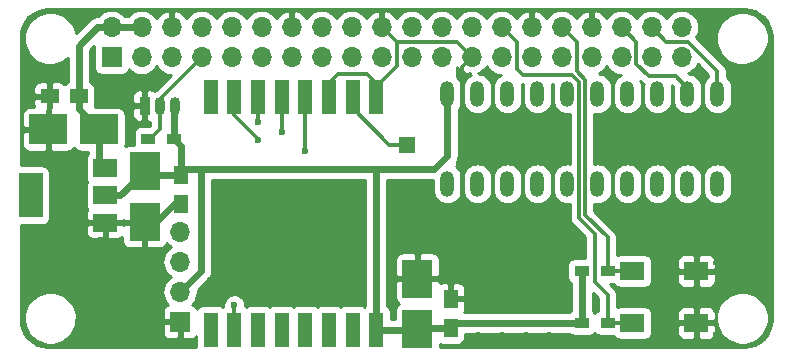
<source format=gtl>
%TF.GenerationSoftware,KiCad,Pcbnew,no-vcs-found-47f37ef~60~ubuntu16.04.1*%
%TF.CreationDate,2017-10-11T15:33:38+03:00*%
%TF.ProjectId,rpi_zero,7270695F7A65726F2E6B696361645F70,rev?*%
%TF.SameCoordinates,Original*%
%TF.FileFunction,Copper,L1,Top,Signal*%
%TF.FilePolarity,Positive*%
%FSLAX46Y46*%
G04 Gerber Fmt 4.6, Leading zero omitted, Abs format (unit mm)*
G04 Created by KiCad (PCBNEW no-vcs-found-47f37ef~60~ubuntu16.04.1) date Wed Oct 11 15:33:38 2017*
%MOMM*%
%LPD*%
G01*
G04 APERTURE LIST*
%ADD10O,1.200000X2.200000*%
%ADD11O,1.700000X1.700000*%
%ADD12R,1.700000X1.700000*%
%ADD13R,2.500000X3.200000*%
%ADD14R,1.250000X1.500000*%
%ADD15R,1.500000X1.250000*%
%ADD16R,3.200000X2.500000*%
%ADD17R,1.200000X3.000000*%
%ADD18R,2.000000X1.500000*%
%ADD19R,2.000000X3.800000*%
%ADD20R,1.200000X0.900000*%
%ADD21R,0.900000X1.500000*%
%ADD22O,0.900000X1.500000*%
%ADD23R,1.350000X1.350000*%
%ADD24R,2.000000X1.600000*%
%ADD25C,0.450000*%
%ADD26C,0.600000*%
%ADD27C,0.300000*%
%ADD28C,0.600000*%
%ADD29C,0.350000*%
%ADD30C,0.254000*%
G04 APERTURE END LIST*
D10*
X169211880Y-94979420D03*
X166671880Y-94979420D03*
X164131880Y-94979420D03*
X161591880Y-94979420D03*
X148891880Y-87359420D03*
X146351880Y-87359420D03*
X146351880Y-94979420D03*
X148891880Y-94979420D03*
X151431880Y-87359420D03*
X153971880Y-87359420D03*
X156511880Y-87359420D03*
X159051880Y-87359420D03*
X159051880Y-94979420D03*
X156511880Y-94979420D03*
X153971880Y-94979420D03*
X151431880Y-94979420D03*
X161591880Y-87359420D03*
X164131880Y-87359420D03*
X166671880Y-87359420D03*
X169211880Y-87359420D03*
D11*
X166171880Y-81719420D03*
X166171880Y-84259420D03*
X163631880Y-81719420D03*
X163631880Y-84259420D03*
X161091880Y-81719420D03*
X161091880Y-84259420D03*
X158551880Y-81719420D03*
X158551880Y-84259420D03*
X156011880Y-81719420D03*
X156011880Y-84259420D03*
X153471880Y-81719420D03*
X153471880Y-84259420D03*
X150931880Y-81719420D03*
X150931880Y-84259420D03*
X148391880Y-81719420D03*
X148391880Y-84259420D03*
X145851880Y-81719420D03*
X145851880Y-84259420D03*
X143311880Y-81719420D03*
X143311880Y-84259420D03*
X140771880Y-81719420D03*
X140771880Y-84259420D03*
X138231880Y-81719420D03*
X138231880Y-84259420D03*
X135691880Y-81719420D03*
X135691880Y-84259420D03*
X133151880Y-81719420D03*
X133151880Y-84259420D03*
X130611880Y-81719420D03*
X130611880Y-84259420D03*
X128071880Y-81719420D03*
X128071880Y-84259420D03*
X125531880Y-81719420D03*
X125531880Y-84259420D03*
X122991880Y-81719420D03*
X122991880Y-84259420D03*
X120451880Y-81719420D03*
X120451880Y-84259420D03*
X117911880Y-81719420D03*
D12*
X117911880Y-84259420D03*
D13*
X143811880Y-103009420D03*
X143811880Y-107309420D03*
D14*
X146611880Y-107209420D03*
X146611880Y-104709420D03*
D15*
X115161880Y-87559420D03*
X112661880Y-87559420D03*
D16*
X112561880Y-90359420D03*
X116861880Y-90359420D03*
D13*
X120711880Y-93909420D03*
X120711880Y-98209420D03*
D14*
X123811880Y-96709420D03*
X123811880Y-94209420D03*
D17*
X126311880Y-107359420D03*
X128311880Y-107359420D03*
X130311880Y-107359420D03*
X132311880Y-107359420D03*
X134311880Y-107359420D03*
X136311880Y-107359420D03*
X138311880Y-107359420D03*
X140311880Y-107359420D03*
X140311880Y-87659420D03*
X138311880Y-87659420D03*
X136311880Y-87659420D03*
X134311880Y-87659420D03*
X132311880Y-87659420D03*
X130311880Y-87659420D03*
X128311880Y-87659420D03*
X126311880Y-87659420D03*
D18*
X117361880Y-98259420D03*
X117361880Y-93659420D03*
X117361880Y-95959420D03*
D19*
X111061880Y-95959420D03*
D20*
X121011880Y-91159420D03*
X123211880Y-91159420D03*
D21*
X120711880Y-88359420D03*
D22*
X123251880Y-88359420D03*
X121981880Y-88359420D03*
D23*
X142911880Y-91659420D03*
D11*
X123711880Y-99039420D03*
X123711880Y-101579420D03*
X123711880Y-104119420D03*
D12*
X123711880Y-106659420D03*
D20*
X159911880Y-102359420D03*
X157711880Y-102359420D03*
D24*
X162011880Y-102359420D03*
X167411880Y-102359420D03*
D20*
X159911880Y-106759420D03*
X157711880Y-106759420D03*
D24*
X162011880Y-106759420D03*
X167411880Y-106759420D03*
D25*
X114966166Y-81653420D03*
X168966166Y-81653420D03*
X168966166Y-83653420D03*
X110966166Y-85653420D03*
X112966166Y-85653420D03*
X170966166Y-85653420D03*
X172966166Y-85653420D03*
X110966166Y-87653420D03*
X116966166Y-87653420D03*
X172966166Y-87653420D03*
X148966166Y-89653420D03*
X150966166Y-89653420D03*
X152966166Y-89653420D03*
X154966166Y-89653420D03*
X158966166Y-89653420D03*
X160966166Y-89653420D03*
X162966166Y-89653420D03*
X164966166Y-89653420D03*
X166966166Y-89653420D03*
X168966166Y-89653420D03*
X170966166Y-89653420D03*
X172966166Y-89653420D03*
X148966166Y-91653420D03*
X150966166Y-91653420D03*
X152966166Y-91653420D03*
X154966166Y-91653420D03*
X158966166Y-91653420D03*
X160966166Y-91653420D03*
X162966166Y-91653420D03*
X164966166Y-91653420D03*
X166966166Y-91653420D03*
X168966166Y-91653420D03*
X170966166Y-91653420D03*
X172966166Y-91653420D03*
X112966166Y-93653420D03*
X114966166Y-93653420D03*
X162966166Y-93653420D03*
X170966166Y-93653420D03*
X172966166Y-93653420D03*
X112966166Y-95653420D03*
X114966166Y-95653420D03*
X130966166Y-95653420D03*
X132966166Y-95653420D03*
X134966166Y-95653420D03*
X136966166Y-95653420D03*
X138966166Y-95653420D03*
X142966166Y-95653420D03*
X144966166Y-95653420D03*
X172966166Y-95653420D03*
X112966166Y-97653420D03*
X114966166Y-97653420D03*
X130966166Y-97653420D03*
X132966166Y-97653420D03*
X134966166Y-97653420D03*
X136966166Y-97653420D03*
X138966166Y-97653420D03*
X142966166Y-97653420D03*
X144966166Y-97653420D03*
X152966166Y-97653420D03*
X162966166Y-97653420D03*
X170966166Y-97653420D03*
X172966166Y-97653420D03*
X110966166Y-99653420D03*
X112966166Y-99653420D03*
X114966166Y-99653420D03*
X116966166Y-99653420D03*
X130966166Y-99653420D03*
X132966166Y-99653420D03*
X134966166Y-99653420D03*
X136966166Y-99653420D03*
X138966166Y-99653420D03*
X142966166Y-99653420D03*
X152966166Y-99653420D03*
X162966166Y-99653420D03*
X170966166Y-99653420D03*
X172966166Y-99653420D03*
X110966166Y-101653420D03*
X112966166Y-101653420D03*
X114966166Y-101653420D03*
X116966166Y-101653420D03*
X118966166Y-101653420D03*
X130966166Y-101653420D03*
X132966166Y-101653420D03*
X134966166Y-101653420D03*
X136966166Y-101653420D03*
X138966166Y-101653420D03*
X146966166Y-101653420D03*
X148966166Y-101653420D03*
X150966166Y-101653420D03*
X152966166Y-101653420D03*
X154966166Y-101653420D03*
X164966166Y-101653420D03*
X168966166Y-101653420D03*
X170966166Y-101653420D03*
X172966166Y-101653420D03*
X110966166Y-103653420D03*
X112966166Y-103653420D03*
X114966166Y-103653420D03*
X116966166Y-103653420D03*
X118966166Y-103653420D03*
X120966166Y-103653420D03*
X130966166Y-103653420D03*
X132966166Y-103653420D03*
X134966166Y-103653420D03*
X136966166Y-103653420D03*
X138966166Y-103653420D03*
X148966166Y-103653420D03*
X150966166Y-103653420D03*
X152966166Y-103653420D03*
X154966166Y-103653420D03*
X164966166Y-103653420D03*
X168966166Y-103653420D03*
X170966166Y-103653420D03*
X172966166Y-103653420D03*
X116966166Y-105653420D03*
X118966166Y-105653420D03*
X120966166Y-105653420D03*
X148966166Y-105653420D03*
X150966166Y-105653420D03*
X152966166Y-105653420D03*
X154966166Y-105653420D03*
X158966166Y-105653420D03*
X164966166Y-105653420D03*
X168966166Y-105653420D03*
X116966166Y-107653420D03*
X118966166Y-107653420D03*
X120966166Y-107653420D03*
X148966166Y-107653420D03*
X150966166Y-107653420D03*
X152966166Y-107653420D03*
X154966166Y-107653420D03*
X164966166Y-107653420D03*
X168966166Y-107653420D03*
D26*
X130311880Y-91259420D03*
X134311880Y-92159420D03*
X128311880Y-105259420D03*
X132311880Y-90559420D03*
X130311880Y-89759434D03*
D27*
X148391880Y-84259420D02*
X147541881Y-85109419D01*
X147541881Y-85109419D02*
X147541881Y-97379419D01*
X147541881Y-97379419D02*
X143811880Y-101109420D01*
X143811880Y-101109420D02*
X143811880Y-103009420D01*
D28*
X123811880Y-96709420D02*
X123211880Y-96709420D01*
X123211880Y-96709420D02*
X121711880Y-98209420D01*
X121711880Y-98209420D02*
X120711880Y-98209420D01*
D27*
X142061879Y-83009419D02*
X142061879Y-85009421D01*
X142061879Y-85009421D02*
X140311880Y-86759420D01*
X140311880Y-86759420D02*
X140311880Y-87659420D01*
X148391880Y-84259420D02*
X147141879Y-83009419D01*
X142061879Y-83009419D02*
X140771880Y-81719420D01*
X147141879Y-83009419D02*
X142061879Y-83009419D01*
X136311880Y-87659420D02*
X136311880Y-86459420D01*
X136311880Y-86459420D02*
X137111880Y-85659420D01*
X137111880Y-85659420D02*
X139511880Y-85659420D01*
X139511880Y-85659420D02*
X140311880Y-86459420D01*
X140311880Y-86459420D02*
X140311880Y-87659420D01*
X140311880Y-87659420D02*
X140311880Y-86684740D01*
X140311880Y-86684740D02*
X140424541Y-86572079D01*
D28*
X146351880Y-92619420D02*
X146351880Y-87359420D01*
X145211880Y-93759420D02*
X146351880Y-92619420D01*
X140311880Y-93759420D02*
X145211880Y-93759420D01*
X157711880Y-106759420D02*
X157711880Y-102359420D01*
X157711880Y-106759420D02*
X147061880Y-106759420D01*
X147061880Y-106759420D02*
X146611880Y-107209420D01*
X124211880Y-93759420D02*
X125511880Y-93759420D01*
X125511880Y-93759420D02*
X140311880Y-93759420D01*
X123711880Y-104119420D02*
X125511880Y-102319420D01*
X125511880Y-102319420D02*
X125511880Y-93759420D01*
X117361880Y-95959420D02*
X118661880Y-95959420D01*
X118661880Y-95959420D02*
X120711880Y-93909420D01*
X140311880Y-107359420D02*
X140311880Y-93759420D01*
X123811880Y-94209420D02*
X123811880Y-94159420D01*
X123811880Y-94159420D02*
X124211880Y-93759420D01*
X123811880Y-94209420D02*
X123811880Y-91759420D01*
X123811880Y-91759420D02*
X123211880Y-91159420D01*
X123211880Y-91159420D02*
X123211880Y-88399420D01*
X123211880Y-88399420D02*
X123251880Y-88359420D01*
X146611880Y-107209420D02*
X143911880Y-107209420D01*
X143911880Y-107209420D02*
X143811880Y-107309420D01*
X140311880Y-107359420D02*
X143761880Y-107359420D01*
X143761880Y-107359420D02*
X143811880Y-107309420D01*
X121011880Y-94209420D02*
X123811880Y-94209420D01*
X120451880Y-81719420D02*
X117911880Y-81719420D01*
X117911880Y-81719420D02*
X116709799Y-81719420D01*
X116709799Y-81719420D02*
X115161880Y-83267339D01*
X115161880Y-83267339D02*
X115161880Y-87559420D01*
X116861880Y-90359420D02*
X116861880Y-93159420D01*
X116861880Y-93159420D02*
X117361880Y-93659420D01*
X115161880Y-87559420D02*
X115161880Y-88659420D01*
X115161880Y-88659420D02*
X116861880Y-90359420D01*
D27*
X128311880Y-87659420D02*
X128311880Y-89159420D01*
X128311880Y-89159420D02*
X130311880Y-91159420D01*
X130311880Y-91159420D02*
X130311880Y-91259420D01*
X134311880Y-87659420D02*
X134311880Y-92159420D01*
X128311880Y-107359420D02*
X128311880Y-105259420D01*
D29*
X132311880Y-87659420D02*
X132311880Y-90559420D01*
X130311880Y-87859420D02*
X130311880Y-89759434D01*
X130411880Y-87759420D02*
X130311880Y-87859420D01*
X130311880Y-87659420D02*
X130311880Y-89759434D01*
X142711880Y-91659420D02*
X141411880Y-91659420D01*
X141411880Y-91659420D02*
X138311880Y-88559420D01*
X138311880Y-88559420D02*
X138311880Y-87659420D01*
D27*
X161091880Y-81719420D02*
X162341881Y-82969421D01*
X165671870Y-85859410D02*
X166671880Y-86859420D01*
X162341881Y-82969421D02*
X162341881Y-84819423D01*
X162341881Y-84819423D02*
X163381868Y-85859410D01*
X163381868Y-85859410D02*
X165671870Y-85859410D01*
X166671880Y-86859420D02*
X166671880Y-87359420D01*
X163631880Y-81719420D02*
X164881881Y-82969421D01*
X164881881Y-82969421D02*
X166731883Y-82969421D01*
X166731883Y-82969421D02*
X169211880Y-85449418D01*
X169211880Y-85449418D02*
X169211880Y-87359420D01*
X121981880Y-88359420D02*
X121981880Y-87809420D01*
X121981880Y-87809420D02*
X125531880Y-84259420D01*
X121981880Y-88359420D02*
X121981880Y-90339420D01*
X121981880Y-90339420D02*
X121161880Y-91159420D01*
X121161880Y-91159420D02*
X121011880Y-91159420D01*
X157301879Y-85442297D02*
X157301879Y-83009419D01*
X157301879Y-83009419D02*
X156011880Y-81719420D01*
X159911880Y-99515815D02*
X158011891Y-97615826D01*
X159911880Y-102359420D02*
X159911880Y-99515815D01*
X158011891Y-86152309D02*
X157301879Y-85442297D01*
X158011891Y-97615826D02*
X158011891Y-86152309D01*
X159911880Y-102359420D02*
X162011880Y-102359420D01*
X159911880Y-106759420D02*
X159911880Y-104359420D01*
X159911880Y-104359420D02*
X158811880Y-103259420D01*
X158811880Y-103259420D02*
X158811880Y-99193647D01*
X158811880Y-99193647D02*
X157511880Y-97893647D01*
X157511880Y-97893647D02*
X157511880Y-86359420D01*
X157511880Y-86359420D02*
X156911880Y-85759420D01*
X156911880Y-85759420D02*
X152711880Y-85759420D01*
X152711880Y-85759420D02*
X152221879Y-85269419D01*
X152221879Y-85269419D02*
X152221879Y-83009419D01*
X152221879Y-83009419D02*
X150931880Y-81719420D01*
X159911880Y-106759420D02*
X162011880Y-106759420D01*
D30*
G36*
X171944134Y-80256953D02*
X172371355Y-80385938D01*
X172765384Y-80595446D01*
X173111214Y-80877499D01*
X173395673Y-81221351D01*
X173607929Y-81613910D01*
X173739892Y-82040213D01*
X173790000Y-82516964D01*
X173790000Y-106465279D01*
X173743048Y-106944133D01*
X173614063Y-107371353D01*
X173404554Y-107765384D01*
X173122501Y-108111214D01*
X172778651Y-108395672D01*
X172386093Y-108607927D01*
X171959788Y-108739891D01*
X171483036Y-108790000D01*
X145699952Y-108790000D01*
X145699952Y-108526072D01*
X145742700Y-108548922D01*
X145862398Y-108585232D01*
X145986880Y-108597492D01*
X147236880Y-108597492D01*
X147361362Y-108585232D01*
X147481060Y-108548922D01*
X147591374Y-108489957D01*
X147688065Y-108410605D01*
X147767417Y-108313914D01*
X147826382Y-108203600D01*
X147862692Y-108083902D01*
X147874952Y-107959420D01*
X147874952Y-107694420D01*
X156701899Y-107694420D01*
X156757386Y-107739957D01*
X156867700Y-107798922D01*
X156987398Y-107835232D01*
X157111880Y-107847492D01*
X158311880Y-107847492D01*
X158436362Y-107835232D01*
X158556060Y-107798922D01*
X158666374Y-107739957D01*
X158763065Y-107660605D01*
X158811880Y-107601124D01*
X158860695Y-107660605D01*
X158957386Y-107739957D01*
X159067700Y-107798922D01*
X159187398Y-107835232D01*
X159311880Y-107847492D01*
X160445839Y-107847492D01*
X160481343Y-107913914D01*
X160560695Y-108010605D01*
X160657386Y-108089957D01*
X160767700Y-108148922D01*
X160887398Y-108185232D01*
X161011880Y-108197492D01*
X163011880Y-108197492D01*
X163136362Y-108185232D01*
X163256060Y-108148922D01*
X163366374Y-108089957D01*
X163463065Y-108010605D01*
X163542417Y-107913914D01*
X163601382Y-107803600D01*
X163637692Y-107683902D01*
X163649952Y-107559420D01*
X163649952Y-107045170D01*
X165776880Y-107045170D01*
X165776880Y-107621962D01*
X165801283Y-107744643D01*
X165849150Y-107860205D01*
X165918643Y-107964209D01*
X166007091Y-108052657D01*
X166111095Y-108122150D01*
X166226657Y-108170017D01*
X166349338Y-108194420D01*
X167126130Y-108194420D01*
X167284880Y-108035670D01*
X167284880Y-106886420D01*
X167538880Y-106886420D01*
X167538880Y-108035670D01*
X167697630Y-108194420D01*
X168474422Y-108194420D01*
X168597103Y-108170017D01*
X168712665Y-108122150D01*
X168816669Y-108052657D01*
X168905117Y-107964209D01*
X168974610Y-107860205D01*
X169022477Y-107744643D01*
X169046880Y-107621962D01*
X169046880Y-107045170D01*
X168888130Y-106886420D01*
X167538880Y-106886420D01*
X167284880Y-106886420D01*
X165935630Y-106886420D01*
X165776880Y-107045170D01*
X163649952Y-107045170D01*
X163649952Y-105959420D01*
X163643793Y-105896878D01*
X165776880Y-105896878D01*
X165776880Y-106473670D01*
X165935630Y-106632420D01*
X167284880Y-106632420D01*
X167284880Y-105483170D01*
X167538880Y-105483170D01*
X167538880Y-106632420D01*
X168888130Y-106632420D01*
X168973205Y-106547345D01*
X169073942Y-106547345D01*
X169153065Y-106978450D01*
X169314416Y-107385977D01*
X169551850Y-107754402D01*
X169856323Y-108069693D01*
X170216238Y-108319841D01*
X170617885Y-108495316D01*
X171045967Y-108589436D01*
X171484177Y-108598615D01*
X171915824Y-108522504D01*
X172324467Y-108364002D01*
X172694541Y-108129146D01*
X173011950Y-107826881D01*
X173264604Y-107468722D01*
X173442879Y-107068309D01*
X173539985Y-106640895D01*
X173546976Y-106140267D01*
X173461842Y-105710308D01*
X173294816Y-105305074D01*
X173052261Y-104940000D01*
X172743416Y-104628991D01*
X172380044Y-104383893D01*
X171975985Y-104214042D01*
X171546631Y-104125909D01*
X171108336Y-104122849D01*
X170677794Y-104204979D01*
X170271403Y-104369172D01*
X169904644Y-104609172D01*
X169591487Y-104915839D01*
X169343858Y-105277491D01*
X169171191Y-105680353D01*
X169080062Y-106109082D01*
X169073942Y-106547345D01*
X168973205Y-106547345D01*
X169046880Y-106473670D01*
X169046880Y-105896878D01*
X169022477Y-105774197D01*
X168974610Y-105658635D01*
X168905117Y-105554631D01*
X168816669Y-105466183D01*
X168712665Y-105396690D01*
X168597103Y-105348823D01*
X168474422Y-105324420D01*
X167697630Y-105324420D01*
X167538880Y-105483170D01*
X167284880Y-105483170D01*
X167126130Y-105324420D01*
X166349338Y-105324420D01*
X166226657Y-105348823D01*
X166111095Y-105396690D01*
X166007091Y-105466183D01*
X165918643Y-105554631D01*
X165849150Y-105658635D01*
X165801283Y-105774197D01*
X165776880Y-105896878D01*
X163643793Y-105896878D01*
X163637692Y-105834938D01*
X163601382Y-105715240D01*
X163542417Y-105604926D01*
X163463065Y-105508235D01*
X163366374Y-105428883D01*
X163256060Y-105369918D01*
X163136362Y-105333608D01*
X163011880Y-105321348D01*
X161011880Y-105321348D01*
X160887398Y-105333608D01*
X160767700Y-105369918D01*
X160696880Y-105407773D01*
X160696880Y-104359420D01*
X160689802Y-104287237D01*
X160683484Y-104215018D01*
X160682333Y-104211056D01*
X160681930Y-104206946D01*
X160660959Y-104137485D01*
X160640741Y-104067896D01*
X160638843Y-104064234D01*
X160637649Y-104060280D01*
X160603609Y-103996261D01*
X160570237Y-103931879D01*
X160567660Y-103928651D01*
X160565723Y-103925008D01*
X160519873Y-103868789D01*
X160474654Y-103812146D01*
X160468990Y-103806402D01*
X160468893Y-103806282D01*
X160468783Y-103806191D01*
X160466959Y-103804341D01*
X160110110Y-103447492D01*
X160445839Y-103447492D01*
X160481343Y-103513914D01*
X160560695Y-103610605D01*
X160657386Y-103689957D01*
X160767700Y-103748922D01*
X160887398Y-103785232D01*
X161011880Y-103797492D01*
X163011880Y-103797492D01*
X163136362Y-103785232D01*
X163256060Y-103748922D01*
X163366374Y-103689957D01*
X163463065Y-103610605D01*
X163542417Y-103513914D01*
X163601382Y-103403600D01*
X163637692Y-103283902D01*
X163649952Y-103159420D01*
X163649952Y-102645170D01*
X165776880Y-102645170D01*
X165776880Y-103221962D01*
X165801283Y-103344643D01*
X165849150Y-103460205D01*
X165918643Y-103564209D01*
X166007091Y-103652657D01*
X166111095Y-103722150D01*
X166226657Y-103770017D01*
X166349338Y-103794420D01*
X167126130Y-103794420D01*
X167284880Y-103635670D01*
X167284880Y-102486420D01*
X167538880Y-102486420D01*
X167538880Y-103635670D01*
X167697630Y-103794420D01*
X168474422Y-103794420D01*
X168597103Y-103770017D01*
X168712665Y-103722150D01*
X168816669Y-103652657D01*
X168905117Y-103564209D01*
X168974610Y-103460205D01*
X169022477Y-103344643D01*
X169046880Y-103221962D01*
X169046880Y-102645170D01*
X168888130Y-102486420D01*
X167538880Y-102486420D01*
X167284880Y-102486420D01*
X165935630Y-102486420D01*
X165776880Y-102645170D01*
X163649952Y-102645170D01*
X163649952Y-101559420D01*
X163643793Y-101496878D01*
X165776880Y-101496878D01*
X165776880Y-102073670D01*
X165935630Y-102232420D01*
X167284880Y-102232420D01*
X167284880Y-101083170D01*
X167538880Y-101083170D01*
X167538880Y-102232420D01*
X168888130Y-102232420D01*
X169046880Y-102073670D01*
X169046880Y-101496878D01*
X169022477Y-101374197D01*
X168974610Y-101258635D01*
X168905117Y-101154631D01*
X168816669Y-101066183D01*
X168712665Y-100996690D01*
X168597103Y-100948823D01*
X168474422Y-100924420D01*
X167697630Y-100924420D01*
X167538880Y-101083170D01*
X167284880Y-101083170D01*
X167126130Y-100924420D01*
X166349338Y-100924420D01*
X166226657Y-100948823D01*
X166111095Y-100996690D01*
X166007091Y-101066183D01*
X165918643Y-101154631D01*
X165849150Y-101258635D01*
X165801283Y-101374197D01*
X165776880Y-101496878D01*
X163643793Y-101496878D01*
X163637692Y-101434938D01*
X163601382Y-101315240D01*
X163542417Y-101204926D01*
X163463065Y-101108235D01*
X163366374Y-101028883D01*
X163256060Y-100969918D01*
X163136362Y-100933608D01*
X163011880Y-100921348D01*
X161011880Y-100921348D01*
X160887398Y-100933608D01*
X160767700Y-100969918D01*
X160696880Y-101007773D01*
X160696880Y-99515815D01*
X160689802Y-99443632D01*
X160683484Y-99371413D01*
X160682333Y-99367451D01*
X160681930Y-99363341D01*
X160660959Y-99293880D01*
X160640741Y-99224291D01*
X160638843Y-99220629D01*
X160637649Y-99216675D01*
X160603620Y-99152677D01*
X160570237Y-99088273D01*
X160567658Y-99085043D01*
X160565723Y-99081403D01*
X160519910Y-99025231D01*
X160474654Y-98968540D01*
X160468989Y-98962795D01*
X160468893Y-98962677D01*
X160468784Y-98962587D01*
X160466959Y-98960736D01*
X158796891Y-97290668D01*
X158796891Y-96695529D01*
X158803549Y-96697590D01*
X159043258Y-96722785D01*
X159283296Y-96700940D01*
X159514519Y-96632887D01*
X159728121Y-96521219D01*
X159915964Y-96370189D01*
X160070895Y-96185549D01*
X160187012Y-95974333D01*
X160259892Y-95744586D01*
X160286760Y-95505058D01*
X160286880Y-95487815D01*
X160286880Y-94471025D01*
X160356880Y-94471025D01*
X160356880Y-95487815D01*
X160380400Y-95727694D01*
X160450066Y-95958437D01*
X160563222Y-96171254D01*
X160715560Y-96358038D01*
X160901277Y-96511676D01*
X161113298Y-96626316D01*
X161343549Y-96697590D01*
X161583258Y-96722785D01*
X161823296Y-96700940D01*
X162054519Y-96632887D01*
X162268121Y-96521219D01*
X162455964Y-96370189D01*
X162610895Y-96185549D01*
X162727012Y-95974333D01*
X162799892Y-95744586D01*
X162826760Y-95505058D01*
X162826880Y-95487815D01*
X162826880Y-94471025D01*
X162896880Y-94471025D01*
X162896880Y-95487815D01*
X162920400Y-95727694D01*
X162990066Y-95958437D01*
X163103222Y-96171254D01*
X163255560Y-96358038D01*
X163441277Y-96511676D01*
X163653298Y-96626316D01*
X163883549Y-96697590D01*
X164123258Y-96722785D01*
X164363296Y-96700940D01*
X164594519Y-96632887D01*
X164808121Y-96521219D01*
X164995964Y-96370189D01*
X165150895Y-96185549D01*
X165267012Y-95974333D01*
X165339892Y-95744586D01*
X165366760Y-95505058D01*
X165366880Y-95487815D01*
X165366880Y-94471025D01*
X165436880Y-94471025D01*
X165436880Y-95487815D01*
X165460400Y-95727694D01*
X165530066Y-95958437D01*
X165643222Y-96171254D01*
X165795560Y-96358038D01*
X165981277Y-96511676D01*
X166193298Y-96626316D01*
X166423549Y-96697590D01*
X166663258Y-96722785D01*
X166903296Y-96700940D01*
X167134519Y-96632887D01*
X167348121Y-96521219D01*
X167535964Y-96370189D01*
X167690895Y-96185549D01*
X167807012Y-95974333D01*
X167879892Y-95744586D01*
X167906760Y-95505058D01*
X167906880Y-95487815D01*
X167906880Y-94471025D01*
X167976880Y-94471025D01*
X167976880Y-95487815D01*
X168000400Y-95727694D01*
X168070066Y-95958437D01*
X168183222Y-96171254D01*
X168335560Y-96358038D01*
X168521277Y-96511676D01*
X168733298Y-96626316D01*
X168963549Y-96697590D01*
X169203258Y-96722785D01*
X169443296Y-96700940D01*
X169674519Y-96632887D01*
X169888121Y-96521219D01*
X170075964Y-96370189D01*
X170230895Y-96185549D01*
X170347012Y-95974333D01*
X170419892Y-95744586D01*
X170446760Y-95505058D01*
X170446880Y-95487815D01*
X170446880Y-94471025D01*
X170423360Y-94231146D01*
X170353694Y-94000403D01*
X170240538Y-93787586D01*
X170088200Y-93600802D01*
X169902483Y-93447164D01*
X169690462Y-93332524D01*
X169460211Y-93261250D01*
X169220502Y-93236055D01*
X168980464Y-93257900D01*
X168749241Y-93325953D01*
X168535639Y-93437621D01*
X168347796Y-93588651D01*
X168192865Y-93773291D01*
X168076748Y-93984507D01*
X168003868Y-94214254D01*
X167977000Y-94453782D01*
X167976880Y-94471025D01*
X167906880Y-94471025D01*
X167883360Y-94231146D01*
X167813694Y-94000403D01*
X167700538Y-93787586D01*
X167548200Y-93600802D01*
X167362483Y-93447164D01*
X167150462Y-93332524D01*
X166920211Y-93261250D01*
X166680502Y-93236055D01*
X166440464Y-93257900D01*
X166209241Y-93325953D01*
X165995639Y-93437621D01*
X165807796Y-93588651D01*
X165652865Y-93773291D01*
X165536748Y-93984507D01*
X165463868Y-94214254D01*
X165437000Y-94453782D01*
X165436880Y-94471025D01*
X165366880Y-94471025D01*
X165343360Y-94231146D01*
X165273694Y-94000403D01*
X165160538Y-93787586D01*
X165008200Y-93600802D01*
X164822483Y-93447164D01*
X164610462Y-93332524D01*
X164380211Y-93261250D01*
X164140502Y-93236055D01*
X163900464Y-93257900D01*
X163669241Y-93325953D01*
X163455639Y-93437621D01*
X163267796Y-93588651D01*
X163112865Y-93773291D01*
X162996748Y-93984507D01*
X162923868Y-94214254D01*
X162897000Y-94453782D01*
X162896880Y-94471025D01*
X162826880Y-94471025D01*
X162803360Y-94231146D01*
X162733694Y-94000403D01*
X162620538Y-93787586D01*
X162468200Y-93600802D01*
X162282483Y-93447164D01*
X162070462Y-93332524D01*
X161840211Y-93261250D01*
X161600502Y-93236055D01*
X161360464Y-93257900D01*
X161129241Y-93325953D01*
X160915639Y-93437621D01*
X160727796Y-93588651D01*
X160572865Y-93773291D01*
X160456748Y-93984507D01*
X160383868Y-94214254D01*
X160357000Y-94453782D01*
X160356880Y-94471025D01*
X160286880Y-94471025D01*
X160263360Y-94231146D01*
X160193694Y-94000403D01*
X160080538Y-93787586D01*
X159928200Y-93600802D01*
X159742483Y-93447164D01*
X159530462Y-93332524D01*
X159300211Y-93261250D01*
X159060502Y-93236055D01*
X158820464Y-93257900D01*
X158796891Y-93264838D01*
X158796891Y-89075529D01*
X158803549Y-89077590D01*
X159043258Y-89102785D01*
X159283296Y-89080940D01*
X159514519Y-89012887D01*
X159728121Y-88901219D01*
X159915964Y-88750189D01*
X160070895Y-88565549D01*
X160187012Y-88354333D01*
X160259892Y-88124586D01*
X160286760Y-87885058D01*
X160286880Y-87867815D01*
X160286880Y-86851025D01*
X160263360Y-86611146D01*
X160193694Y-86380403D01*
X160080538Y-86167586D01*
X159928200Y-85980802D01*
X159742483Y-85827164D01*
X159530462Y-85712524D01*
X159300211Y-85641250D01*
X159143858Y-85624816D01*
X159365011Y-85509200D01*
X159590880Y-85327597D01*
X159777174Y-85105581D01*
X159821378Y-85025173D01*
X159854992Y-85088391D01*
X160038167Y-85312987D01*
X160261479Y-85497726D01*
X160516419Y-85635572D01*
X160793279Y-85721274D01*
X161048602Y-85748110D01*
X160915639Y-85817621D01*
X160727796Y-85968651D01*
X160572865Y-86153291D01*
X160456748Y-86364507D01*
X160383868Y-86594254D01*
X160357000Y-86833782D01*
X160356880Y-86851025D01*
X160356880Y-87867815D01*
X160380400Y-88107694D01*
X160450066Y-88338437D01*
X160563222Y-88551254D01*
X160715560Y-88738038D01*
X160901277Y-88891676D01*
X161113298Y-89006316D01*
X161343549Y-89077590D01*
X161583258Y-89102785D01*
X161823296Y-89080940D01*
X162054519Y-89012887D01*
X162268121Y-88901219D01*
X162455964Y-88750189D01*
X162610895Y-88565549D01*
X162727012Y-88354333D01*
X162799892Y-88124586D01*
X162826760Y-87885058D01*
X162826880Y-87867815D01*
X162826880Y-86851025D01*
X162803360Y-86611146D01*
X162733694Y-86380403D01*
X162666695Y-86254395D01*
X162826789Y-86414489D01*
X162882834Y-86460525D01*
X162938369Y-86507124D01*
X162941985Y-86509112D01*
X162945176Y-86511733D01*
X162949337Y-86513964D01*
X162923868Y-86594254D01*
X162897000Y-86833782D01*
X162896880Y-86851025D01*
X162896880Y-87867815D01*
X162920400Y-88107694D01*
X162990066Y-88338437D01*
X163103222Y-88551254D01*
X163255560Y-88738038D01*
X163441277Y-88891676D01*
X163653298Y-89006316D01*
X163883549Y-89077590D01*
X164123258Y-89102785D01*
X164363296Y-89080940D01*
X164594519Y-89012887D01*
X164808121Y-88901219D01*
X164995964Y-88750189D01*
X165150895Y-88565549D01*
X165267012Y-88354333D01*
X165339892Y-88124586D01*
X165366760Y-87885058D01*
X165366880Y-87867815D01*
X165366880Y-86851025D01*
X165346622Y-86644410D01*
X165346712Y-86644410D01*
X165446993Y-86744691D01*
X165437000Y-86833782D01*
X165436880Y-86851025D01*
X165436880Y-87867815D01*
X165460400Y-88107694D01*
X165530066Y-88338437D01*
X165643222Y-88551254D01*
X165795560Y-88738038D01*
X165981277Y-88891676D01*
X166193298Y-89006316D01*
X166423549Y-89077590D01*
X166663258Y-89102785D01*
X166903296Y-89080940D01*
X167134519Y-89012887D01*
X167348121Y-88901219D01*
X167535964Y-88750189D01*
X167690895Y-88565549D01*
X167807012Y-88354333D01*
X167879892Y-88124586D01*
X167906760Y-87885058D01*
X167906880Y-87867815D01*
X167906880Y-86851025D01*
X167883360Y-86611146D01*
X167813694Y-86380403D01*
X167700538Y-86167586D01*
X167548200Y-85980802D01*
X167362483Y-85827164D01*
X167150462Y-85712524D01*
X166920211Y-85641250D01*
X166745921Y-85622931D01*
X166938800Y-85531061D01*
X167172149Y-85357008D01*
X167367058Y-85140775D01*
X167516037Y-84890672D01*
X167523091Y-84870787D01*
X168426880Y-85774576D01*
X168426880Y-85905066D01*
X168347796Y-85968651D01*
X168192865Y-86153291D01*
X168076748Y-86364507D01*
X168003868Y-86594254D01*
X167977000Y-86833782D01*
X167976880Y-86851025D01*
X167976880Y-87867815D01*
X168000400Y-88107694D01*
X168070066Y-88338437D01*
X168183222Y-88551254D01*
X168335560Y-88738038D01*
X168521277Y-88891676D01*
X168733298Y-89006316D01*
X168963549Y-89077590D01*
X169203258Y-89102785D01*
X169443296Y-89080940D01*
X169674519Y-89012887D01*
X169888121Y-88901219D01*
X170075964Y-88750189D01*
X170230895Y-88565549D01*
X170347012Y-88354333D01*
X170419892Y-88124586D01*
X170446760Y-87885058D01*
X170446880Y-87867815D01*
X170446880Y-86851025D01*
X170423360Y-86611146D01*
X170353694Y-86380403D01*
X170240538Y-86167586D01*
X170088200Y-85980802D01*
X169996880Y-85905256D01*
X169996880Y-85449418D01*
X169989802Y-85377235D01*
X169983484Y-85305016D01*
X169982333Y-85301054D01*
X169981930Y-85296944D01*
X169960959Y-85227483D01*
X169940741Y-85157894D01*
X169938843Y-85154232D01*
X169937649Y-85150278D01*
X169903599Y-85086240D01*
X169870236Y-85021876D01*
X169867660Y-85018649D01*
X169865723Y-85015006D01*
X169819888Y-84958806D01*
X169774654Y-84902143D01*
X169768989Y-84896398D01*
X169768893Y-84896280D01*
X169768784Y-84896190D01*
X169766959Y-84894339D01*
X167719965Y-82847345D01*
X169073942Y-82847345D01*
X169153065Y-83278450D01*
X169314416Y-83685977D01*
X169551850Y-84054402D01*
X169856323Y-84369693D01*
X170216238Y-84619841D01*
X170617885Y-84795316D01*
X171045967Y-84889436D01*
X171484177Y-84898615D01*
X171915824Y-84822504D01*
X172324467Y-84664002D01*
X172694541Y-84429146D01*
X173011950Y-84126881D01*
X173264604Y-83768722D01*
X173442879Y-83368309D01*
X173539985Y-82940895D01*
X173546976Y-82440267D01*
X173461842Y-82010308D01*
X173294816Y-81605074D01*
X173052261Y-81240000D01*
X172743416Y-80928991D01*
X172380044Y-80683893D01*
X171975985Y-80514042D01*
X171546631Y-80425909D01*
X171108336Y-80422849D01*
X170677794Y-80504979D01*
X170271403Y-80669172D01*
X169904644Y-80909172D01*
X169591487Y-81215839D01*
X169343858Y-81577491D01*
X169171191Y-81980353D01*
X169080062Y-82409082D01*
X169073942Y-82847345D01*
X167719965Y-82847345D01*
X167411728Y-82539108D01*
X167536796Y-82311609D01*
X167624429Y-82035354D01*
X167656735Y-81747339D01*
X167656880Y-81726605D01*
X167656880Y-81712235D01*
X167628598Y-81423797D01*
X167544831Y-81146345D01*
X167408768Y-80890449D01*
X167225593Y-80665853D01*
X167002281Y-80481114D01*
X166747341Y-80343268D01*
X166470481Y-80257566D01*
X166182247Y-80227271D01*
X165893619Y-80253538D01*
X165615589Y-80335367D01*
X165358749Y-80469640D01*
X165132880Y-80651243D01*
X164946586Y-80873259D01*
X164902382Y-80953667D01*
X164868768Y-80890449D01*
X164685593Y-80665853D01*
X164462281Y-80481114D01*
X164207341Y-80343268D01*
X163930481Y-80257566D01*
X163642247Y-80227271D01*
X163353619Y-80253538D01*
X163075589Y-80335367D01*
X162818749Y-80469640D01*
X162592880Y-80651243D01*
X162406586Y-80873259D01*
X162362382Y-80953667D01*
X162328768Y-80890449D01*
X162145593Y-80665853D01*
X161922281Y-80481114D01*
X161667341Y-80343268D01*
X161390481Y-80257566D01*
X161102247Y-80227271D01*
X160813619Y-80253538D01*
X160535589Y-80335367D01*
X160278749Y-80469640D01*
X160052880Y-80651243D01*
X159866586Y-80873259D01*
X159819280Y-80959309D01*
X159747058Y-80838065D01*
X159552149Y-80621832D01*
X159318800Y-80447779D01*
X159055979Y-80322595D01*
X158908770Y-80277944D01*
X158678880Y-80399265D01*
X158678880Y-81592420D01*
X158698880Y-81592420D01*
X158698880Y-81846420D01*
X158678880Y-81846420D01*
X158678880Y-81866420D01*
X158424880Y-81866420D01*
X158424880Y-81846420D01*
X158404880Y-81846420D01*
X158404880Y-81592420D01*
X158424880Y-81592420D01*
X158424880Y-80399265D01*
X158194990Y-80277944D01*
X158047781Y-80322595D01*
X157784960Y-80447779D01*
X157551611Y-80621832D01*
X157356702Y-80838065D01*
X157284957Y-80958510D01*
X157248768Y-80890449D01*
X157065593Y-80665853D01*
X156842281Y-80481114D01*
X156587341Y-80343268D01*
X156310481Y-80257566D01*
X156022247Y-80227271D01*
X155733619Y-80253538D01*
X155455589Y-80335367D01*
X155198749Y-80469640D01*
X154972880Y-80651243D01*
X154786586Y-80873259D01*
X154739280Y-80959309D01*
X154667058Y-80838065D01*
X154472149Y-80621832D01*
X154238800Y-80447779D01*
X153975979Y-80322595D01*
X153828770Y-80277944D01*
X153598880Y-80399265D01*
X153598880Y-81592420D01*
X153618880Y-81592420D01*
X153618880Y-81846420D01*
X153598880Y-81846420D01*
X153598880Y-81866420D01*
X153344880Y-81866420D01*
X153344880Y-81846420D01*
X153324880Y-81846420D01*
X153324880Y-81592420D01*
X153344880Y-81592420D01*
X153344880Y-80399265D01*
X153114990Y-80277944D01*
X152967781Y-80322595D01*
X152704960Y-80447779D01*
X152471611Y-80621832D01*
X152276702Y-80838065D01*
X152204957Y-80958510D01*
X152168768Y-80890449D01*
X151985593Y-80665853D01*
X151762281Y-80481114D01*
X151507341Y-80343268D01*
X151230481Y-80257566D01*
X150942247Y-80227271D01*
X150653619Y-80253538D01*
X150375589Y-80335367D01*
X150118749Y-80469640D01*
X149892880Y-80651243D01*
X149706586Y-80873259D01*
X149662382Y-80953667D01*
X149628768Y-80890449D01*
X149445593Y-80665853D01*
X149222281Y-80481114D01*
X148967341Y-80343268D01*
X148690481Y-80257566D01*
X148402247Y-80227271D01*
X148113619Y-80253538D01*
X147835589Y-80335367D01*
X147578749Y-80469640D01*
X147352880Y-80651243D01*
X147166586Y-80873259D01*
X147122382Y-80953667D01*
X147088768Y-80890449D01*
X146905593Y-80665853D01*
X146682281Y-80481114D01*
X146427341Y-80343268D01*
X146150481Y-80257566D01*
X145862247Y-80227271D01*
X145573619Y-80253538D01*
X145295589Y-80335367D01*
X145038749Y-80469640D01*
X144812880Y-80651243D01*
X144626586Y-80873259D01*
X144582382Y-80953667D01*
X144548768Y-80890449D01*
X144365593Y-80665853D01*
X144142281Y-80481114D01*
X143887341Y-80343268D01*
X143610481Y-80257566D01*
X143322247Y-80227271D01*
X143033619Y-80253538D01*
X142755589Y-80335367D01*
X142498749Y-80469640D01*
X142272880Y-80651243D01*
X142086586Y-80873259D01*
X142039280Y-80959309D01*
X141967058Y-80838065D01*
X141772149Y-80621832D01*
X141538800Y-80447779D01*
X141275979Y-80322595D01*
X141128770Y-80277944D01*
X140898880Y-80399265D01*
X140898880Y-81592420D01*
X140918880Y-81592420D01*
X140918880Y-81846420D01*
X140898880Y-81846420D01*
X140898880Y-81866420D01*
X140644880Y-81866420D01*
X140644880Y-81846420D01*
X140624880Y-81846420D01*
X140624880Y-81592420D01*
X140644880Y-81592420D01*
X140644880Y-80399265D01*
X140414990Y-80277944D01*
X140267781Y-80322595D01*
X140004960Y-80447779D01*
X139771611Y-80621832D01*
X139576702Y-80838065D01*
X139504957Y-80958510D01*
X139468768Y-80890449D01*
X139285593Y-80665853D01*
X139062281Y-80481114D01*
X138807341Y-80343268D01*
X138530481Y-80257566D01*
X138242247Y-80227271D01*
X137953619Y-80253538D01*
X137675589Y-80335367D01*
X137418749Y-80469640D01*
X137192880Y-80651243D01*
X137006586Y-80873259D01*
X136962382Y-80953667D01*
X136928768Y-80890449D01*
X136745593Y-80665853D01*
X136522281Y-80481114D01*
X136267341Y-80343268D01*
X135990481Y-80257566D01*
X135702247Y-80227271D01*
X135413619Y-80253538D01*
X135135589Y-80335367D01*
X134878749Y-80469640D01*
X134652880Y-80651243D01*
X134466586Y-80873259D01*
X134419280Y-80959309D01*
X134347058Y-80838065D01*
X134152149Y-80621832D01*
X133918800Y-80447779D01*
X133655979Y-80322595D01*
X133508770Y-80277944D01*
X133278880Y-80399265D01*
X133278880Y-81592420D01*
X133298880Y-81592420D01*
X133298880Y-81846420D01*
X133278880Y-81846420D01*
X133278880Y-81866420D01*
X133024880Y-81866420D01*
X133024880Y-81846420D01*
X133004880Y-81846420D01*
X133004880Y-81592420D01*
X133024880Y-81592420D01*
X133024880Y-80399265D01*
X132794990Y-80277944D01*
X132647781Y-80322595D01*
X132384960Y-80447779D01*
X132151611Y-80621832D01*
X131956702Y-80838065D01*
X131884957Y-80958510D01*
X131848768Y-80890449D01*
X131665593Y-80665853D01*
X131442281Y-80481114D01*
X131187341Y-80343268D01*
X130910481Y-80257566D01*
X130622247Y-80227271D01*
X130333619Y-80253538D01*
X130055589Y-80335367D01*
X129798749Y-80469640D01*
X129572880Y-80651243D01*
X129386586Y-80873259D01*
X129342382Y-80953667D01*
X129308768Y-80890449D01*
X129125593Y-80665853D01*
X128902281Y-80481114D01*
X128647341Y-80343268D01*
X128370481Y-80257566D01*
X128082247Y-80227271D01*
X127793619Y-80253538D01*
X127515589Y-80335367D01*
X127258749Y-80469640D01*
X127032880Y-80651243D01*
X126846586Y-80873259D01*
X126802382Y-80953667D01*
X126768768Y-80890449D01*
X126585593Y-80665853D01*
X126362281Y-80481114D01*
X126107341Y-80343268D01*
X125830481Y-80257566D01*
X125542247Y-80227271D01*
X125253619Y-80253538D01*
X124975589Y-80335367D01*
X124718749Y-80469640D01*
X124492880Y-80651243D01*
X124306586Y-80873259D01*
X124259280Y-80959309D01*
X124187058Y-80838065D01*
X123992149Y-80621832D01*
X123758800Y-80447779D01*
X123495979Y-80322595D01*
X123348770Y-80277944D01*
X123118880Y-80399265D01*
X123118880Y-81592420D01*
X123138880Y-81592420D01*
X123138880Y-81846420D01*
X123118880Y-81846420D01*
X123118880Y-81866420D01*
X122864880Y-81866420D01*
X122864880Y-81846420D01*
X122844880Y-81846420D01*
X122844880Y-81592420D01*
X122864880Y-81592420D01*
X122864880Y-80399265D01*
X122634990Y-80277944D01*
X122487781Y-80322595D01*
X122224960Y-80447779D01*
X121991611Y-80621832D01*
X121796702Y-80838065D01*
X121724957Y-80958510D01*
X121688768Y-80890449D01*
X121505593Y-80665853D01*
X121282281Y-80481114D01*
X121027341Y-80343268D01*
X120750481Y-80257566D01*
X120462247Y-80227271D01*
X120173619Y-80253538D01*
X119895589Y-80335367D01*
X119638749Y-80469640D01*
X119412880Y-80651243D01*
X119301131Y-80784420D01*
X119062293Y-80784420D01*
X118965593Y-80665853D01*
X118742281Y-80481114D01*
X118487341Y-80343268D01*
X118210481Y-80257566D01*
X117922247Y-80227271D01*
X117633619Y-80253538D01*
X117355589Y-80335367D01*
X117098749Y-80469640D01*
X116872880Y-80651243D01*
X116761131Y-80784420D01*
X116709799Y-80784420D01*
X116623834Y-80792849D01*
X116537804Y-80800376D01*
X116533085Y-80801747D01*
X116528190Y-80802227D01*
X116445510Y-80827189D01*
X116362570Y-80851285D01*
X116358204Y-80853548D01*
X116353498Y-80854969D01*
X116277271Y-80895500D01*
X116200561Y-80935263D01*
X116196716Y-80938332D01*
X116192378Y-80940639D01*
X116125471Y-80995207D01*
X116057950Y-81049108D01*
X116051107Y-81055856D01*
X116050966Y-81055971D01*
X116050858Y-81056102D01*
X116048654Y-81058275D01*
X114900646Y-82206283D01*
X114861842Y-82010308D01*
X114694816Y-81605074D01*
X114452261Y-81240000D01*
X114143416Y-80928991D01*
X113780044Y-80683893D01*
X113375985Y-80514042D01*
X112946631Y-80425909D01*
X112508336Y-80422849D01*
X112077794Y-80504979D01*
X111671403Y-80669172D01*
X111304644Y-80909172D01*
X110991487Y-81215839D01*
X110743858Y-81577491D01*
X110571191Y-81980353D01*
X110480062Y-82409082D01*
X110473942Y-82847345D01*
X110553065Y-83278450D01*
X110714416Y-83685977D01*
X110951850Y-84054402D01*
X111256323Y-84369693D01*
X111616238Y-84619841D01*
X112017885Y-84795316D01*
X112445967Y-84889436D01*
X112884177Y-84898615D01*
X113315824Y-84822504D01*
X113724467Y-84664002D01*
X114094541Y-84429146D01*
X114226880Y-84303121D01*
X114226880Y-86326966D01*
X114167700Y-86344918D01*
X114057386Y-86403883D01*
X113960695Y-86483235D01*
X113912972Y-86541386D01*
X113905117Y-86529631D01*
X113816669Y-86441183D01*
X113712665Y-86371690D01*
X113597103Y-86323823D01*
X113474422Y-86299420D01*
X112947630Y-86299420D01*
X112788880Y-86458170D01*
X112788880Y-87432420D01*
X112808880Y-87432420D01*
X112808880Y-87686420D01*
X112788880Y-87686420D01*
X112788880Y-88533170D01*
X112688880Y-88633170D01*
X112688880Y-90232420D01*
X112708880Y-90232420D01*
X112708880Y-90486420D01*
X112688880Y-90486420D01*
X112688880Y-92085670D01*
X112847630Y-92244420D01*
X114224422Y-92244420D01*
X114347103Y-92220017D01*
X114462665Y-92172150D01*
X114566669Y-92102657D01*
X114655117Y-92014209D01*
X114712401Y-91928477D01*
X114731343Y-91963914D01*
X114810695Y-92060605D01*
X114907386Y-92139957D01*
X115017700Y-92198922D01*
X115137398Y-92235232D01*
X115261880Y-92247492D01*
X115926880Y-92247492D01*
X115926880Y-92444952D01*
X115910695Y-92458235D01*
X115831343Y-92554926D01*
X115772378Y-92665240D01*
X115736068Y-92784938D01*
X115723808Y-92909420D01*
X115723808Y-94409420D01*
X115736068Y-94533902D01*
X115772378Y-94653600D01*
X115831343Y-94763914D01*
X115868689Y-94809420D01*
X115831343Y-94854926D01*
X115772378Y-94965240D01*
X115736068Y-95084938D01*
X115723808Y-95209420D01*
X115723808Y-96709420D01*
X115736068Y-96833902D01*
X115772378Y-96953600D01*
X115831343Y-97063914D01*
X115866900Y-97107240D01*
X115799150Y-97208635D01*
X115751283Y-97324197D01*
X115726880Y-97446878D01*
X115726880Y-97973670D01*
X115885630Y-98132420D01*
X117234880Y-98132420D01*
X117234880Y-98112420D01*
X117488880Y-98112420D01*
X117488880Y-98132420D01*
X118838130Y-98132420D01*
X118936880Y-98033670D01*
X118985630Y-98082420D01*
X120584880Y-98082420D01*
X120584880Y-98062420D01*
X120838880Y-98062420D01*
X120838880Y-98082420D01*
X120858880Y-98082420D01*
X120858880Y-98336420D01*
X120838880Y-98336420D01*
X120838880Y-100285670D01*
X120997630Y-100444420D01*
X122024422Y-100444420D01*
X122147103Y-100420017D01*
X122262665Y-100372150D01*
X122366669Y-100302657D01*
X122455117Y-100214209D01*
X122524610Y-100110205D01*
X122572477Y-99994643D01*
X122573244Y-99990787D01*
X122643703Y-100078420D01*
X122865719Y-100264714D01*
X122946127Y-100308918D01*
X122882909Y-100342532D01*
X122658313Y-100525707D01*
X122473574Y-100749019D01*
X122335728Y-101003959D01*
X122250026Y-101280819D01*
X122219731Y-101569053D01*
X122245998Y-101857681D01*
X122327827Y-102135711D01*
X122462100Y-102392551D01*
X122643703Y-102618420D01*
X122865719Y-102804714D01*
X122946127Y-102848918D01*
X122882909Y-102882532D01*
X122658313Y-103065707D01*
X122473574Y-103289019D01*
X122335728Y-103543959D01*
X122250026Y-103820819D01*
X122219731Y-104109053D01*
X122245998Y-104397681D01*
X122327827Y-104675711D01*
X122462100Y-104932551D01*
X122643703Y-105158420D01*
X122688941Y-105196379D01*
X122676657Y-105198823D01*
X122561095Y-105246690D01*
X122457091Y-105316183D01*
X122368643Y-105404631D01*
X122299150Y-105508635D01*
X122251283Y-105624197D01*
X122226880Y-105746878D01*
X122226880Y-106373670D01*
X122385630Y-106532420D01*
X123584880Y-106532420D01*
X123584880Y-106512420D01*
X123838880Y-106512420D01*
X123838880Y-106532420D01*
X123858880Y-106532420D01*
X123858880Y-106786420D01*
X123838880Y-106786420D01*
X123838880Y-107985670D01*
X123997630Y-108144420D01*
X124624422Y-108144420D01*
X124747103Y-108120017D01*
X124862665Y-108072150D01*
X124966669Y-108002657D01*
X125055117Y-107914209D01*
X125073808Y-107886236D01*
X125073808Y-108790000D01*
X112534721Y-108790000D01*
X112055867Y-108743048D01*
X111628647Y-108614063D01*
X111234616Y-108404554D01*
X110888786Y-108122501D01*
X110604328Y-107778651D01*
X110392073Y-107386093D01*
X110260109Y-106959788D01*
X110216760Y-106547345D01*
X110473942Y-106547345D01*
X110553065Y-106978450D01*
X110714416Y-107385977D01*
X110951850Y-107754402D01*
X111256323Y-108069693D01*
X111616238Y-108319841D01*
X112017885Y-108495316D01*
X112445967Y-108589436D01*
X112884177Y-108598615D01*
X113315824Y-108522504D01*
X113724467Y-108364002D01*
X114094541Y-108129146D01*
X114411950Y-107826881D01*
X114664604Y-107468722D01*
X114842879Y-107068309D01*
X114870855Y-106945170D01*
X122226880Y-106945170D01*
X122226880Y-107571962D01*
X122251283Y-107694643D01*
X122299150Y-107810205D01*
X122368643Y-107914209D01*
X122457091Y-108002657D01*
X122561095Y-108072150D01*
X122676657Y-108120017D01*
X122799338Y-108144420D01*
X123426130Y-108144420D01*
X123584880Y-107985670D01*
X123584880Y-106786420D01*
X122385630Y-106786420D01*
X122226880Y-106945170D01*
X114870855Y-106945170D01*
X114939985Y-106640895D01*
X114946976Y-106140267D01*
X114861842Y-105710308D01*
X114694816Y-105305074D01*
X114452261Y-104940000D01*
X114143416Y-104628991D01*
X113780044Y-104383893D01*
X113375985Y-104214042D01*
X112946631Y-104125909D01*
X112508336Y-104122849D01*
X112077794Y-104204979D01*
X111671403Y-104369172D01*
X111304644Y-104609172D01*
X110991487Y-104915839D01*
X110743858Y-105277491D01*
X110571191Y-105680353D01*
X110480062Y-106109082D01*
X110473942Y-106547345D01*
X110216760Y-106547345D01*
X110210000Y-106483036D01*
X110210000Y-98545170D01*
X115726880Y-98545170D01*
X115726880Y-99071962D01*
X115751283Y-99194643D01*
X115799150Y-99310205D01*
X115868643Y-99414209D01*
X115957091Y-99502657D01*
X116061095Y-99572150D01*
X116176657Y-99620017D01*
X116299338Y-99644420D01*
X117076130Y-99644420D01*
X117234880Y-99485670D01*
X117234880Y-98386420D01*
X117488880Y-98386420D01*
X117488880Y-99485670D01*
X117647630Y-99644420D01*
X118424422Y-99644420D01*
X118547103Y-99620017D01*
X118662665Y-99572150D01*
X118766669Y-99502657D01*
X118826880Y-99442446D01*
X118826880Y-99871962D01*
X118851283Y-99994643D01*
X118899150Y-100110205D01*
X118968643Y-100214209D01*
X119057091Y-100302657D01*
X119161095Y-100372150D01*
X119276657Y-100420017D01*
X119399338Y-100444420D01*
X120426130Y-100444420D01*
X120584880Y-100285670D01*
X120584880Y-98336420D01*
X118985630Y-98336420D01*
X118886880Y-98435170D01*
X118838130Y-98386420D01*
X117488880Y-98386420D01*
X117234880Y-98386420D01*
X115885630Y-98386420D01*
X115726880Y-98545170D01*
X110210000Y-98545170D01*
X110210000Y-98497492D01*
X112061880Y-98497492D01*
X112186362Y-98485232D01*
X112306060Y-98448922D01*
X112416374Y-98389957D01*
X112513065Y-98310605D01*
X112592417Y-98213914D01*
X112651382Y-98103600D01*
X112687692Y-97983902D01*
X112699952Y-97859420D01*
X112699952Y-94059420D01*
X112687692Y-93934938D01*
X112651382Y-93815240D01*
X112592417Y-93704926D01*
X112513065Y-93608235D01*
X112416374Y-93528883D01*
X112306060Y-93469918D01*
X112186362Y-93433608D01*
X112061880Y-93421348D01*
X110210000Y-93421348D01*
X110210000Y-90645170D01*
X110326880Y-90645170D01*
X110326880Y-91671962D01*
X110351283Y-91794643D01*
X110399150Y-91910205D01*
X110468643Y-92014209D01*
X110557091Y-92102657D01*
X110661095Y-92172150D01*
X110776657Y-92220017D01*
X110899338Y-92244420D01*
X112276130Y-92244420D01*
X112434880Y-92085670D01*
X112434880Y-90486420D01*
X110485630Y-90486420D01*
X110326880Y-90645170D01*
X110210000Y-90645170D01*
X110210000Y-89046878D01*
X110326880Y-89046878D01*
X110326880Y-90073670D01*
X110485630Y-90232420D01*
X112434880Y-90232420D01*
X112434880Y-88760670D01*
X112534880Y-88660670D01*
X112534880Y-87686420D01*
X111435630Y-87686420D01*
X111276880Y-87845170D01*
X111276880Y-88246962D01*
X111301283Y-88369643D01*
X111344683Y-88474420D01*
X110899338Y-88474420D01*
X110776657Y-88498823D01*
X110661095Y-88546690D01*
X110557091Y-88616183D01*
X110468643Y-88704631D01*
X110399150Y-88808635D01*
X110351283Y-88924197D01*
X110326880Y-89046878D01*
X110210000Y-89046878D01*
X110210000Y-86871878D01*
X111276880Y-86871878D01*
X111276880Y-87273670D01*
X111435630Y-87432420D01*
X112534880Y-87432420D01*
X112534880Y-86458170D01*
X112376130Y-86299420D01*
X111849338Y-86299420D01*
X111726657Y-86323823D01*
X111611095Y-86371690D01*
X111507091Y-86441183D01*
X111418643Y-86529631D01*
X111349150Y-86633635D01*
X111301283Y-86749197D01*
X111276880Y-86871878D01*
X110210000Y-86871878D01*
X110210000Y-82534721D01*
X110256953Y-82055866D01*
X110385938Y-81628645D01*
X110595446Y-81234616D01*
X110877499Y-80888786D01*
X111221351Y-80604327D01*
X111613910Y-80392071D01*
X112040213Y-80260108D01*
X112516964Y-80210000D01*
X171465279Y-80210000D01*
X171944134Y-80256953D01*
X171944134Y-80256953D01*
G37*
X171944134Y-80256953D02*
X172371355Y-80385938D01*
X172765384Y-80595446D01*
X173111214Y-80877499D01*
X173395673Y-81221351D01*
X173607929Y-81613910D01*
X173739892Y-82040213D01*
X173790000Y-82516964D01*
X173790000Y-106465279D01*
X173743048Y-106944133D01*
X173614063Y-107371353D01*
X173404554Y-107765384D01*
X173122501Y-108111214D01*
X172778651Y-108395672D01*
X172386093Y-108607927D01*
X171959788Y-108739891D01*
X171483036Y-108790000D01*
X145699952Y-108790000D01*
X145699952Y-108526072D01*
X145742700Y-108548922D01*
X145862398Y-108585232D01*
X145986880Y-108597492D01*
X147236880Y-108597492D01*
X147361362Y-108585232D01*
X147481060Y-108548922D01*
X147591374Y-108489957D01*
X147688065Y-108410605D01*
X147767417Y-108313914D01*
X147826382Y-108203600D01*
X147862692Y-108083902D01*
X147874952Y-107959420D01*
X147874952Y-107694420D01*
X156701899Y-107694420D01*
X156757386Y-107739957D01*
X156867700Y-107798922D01*
X156987398Y-107835232D01*
X157111880Y-107847492D01*
X158311880Y-107847492D01*
X158436362Y-107835232D01*
X158556060Y-107798922D01*
X158666374Y-107739957D01*
X158763065Y-107660605D01*
X158811880Y-107601124D01*
X158860695Y-107660605D01*
X158957386Y-107739957D01*
X159067700Y-107798922D01*
X159187398Y-107835232D01*
X159311880Y-107847492D01*
X160445839Y-107847492D01*
X160481343Y-107913914D01*
X160560695Y-108010605D01*
X160657386Y-108089957D01*
X160767700Y-108148922D01*
X160887398Y-108185232D01*
X161011880Y-108197492D01*
X163011880Y-108197492D01*
X163136362Y-108185232D01*
X163256060Y-108148922D01*
X163366374Y-108089957D01*
X163463065Y-108010605D01*
X163542417Y-107913914D01*
X163601382Y-107803600D01*
X163637692Y-107683902D01*
X163649952Y-107559420D01*
X163649952Y-107045170D01*
X165776880Y-107045170D01*
X165776880Y-107621962D01*
X165801283Y-107744643D01*
X165849150Y-107860205D01*
X165918643Y-107964209D01*
X166007091Y-108052657D01*
X166111095Y-108122150D01*
X166226657Y-108170017D01*
X166349338Y-108194420D01*
X167126130Y-108194420D01*
X167284880Y-108035670D01*
X167284880Y-106886420D01*
X167538880Y-106886420D01*
X167538880Y-108035670D01*
X167697630Y-108194420D01*
X168474422Y-108194420D01*
X168597103Y-108170017D01*
X168712665Y-108122150D01*
X168816669Y-108052657D01*
X168905117Y-107964209D01*
X168974610Y-107860205D01*
X169022477Y-107744643D01*
X169046880Y-107621962D01*
X169046880Y-107045170D01*
X168888130Y-106886420D01*
X167538880Y-106886420D01*
X167284880Y-106886420D01*
X165935630Y-106886420D01*
X165776880Y-107045170D01*
X163649952Y-107045170D01*
X163649952Y-105959420D01*
X163643793Y-105896878D01*
X165776880Y-105896878D01*
X165776880Y-106473670D01*
X165935630Y-106632420D01*
X167284880Y-106632420D01*
X167284880Y-105483170D01*
X167538880Y-105483170D01*
X167538880Y-106632420D01*
X168888130Y-106632420D01*
X168973205Y-106547345D01*
X169073942Y-106547345D01*
X169153065Y-106978450D01*
X169314416Y-107385977D01*
X169551850Y-107754402D01*
X169856323Y-108069693D01*
X170216238Y-108319841D01*
X170617885Y-108495316D01*
X171045967Y-108589436D01*
X171484177Y-108598615D01*
X171915824Y-108522504D01*
X172324467Y-108364002D01*
X172694541Y-108129146D01*
X173011950Y-107826881D01*
X173264604Y-107468722D01*
X173442879Y-107068309D01*
X173539985Y-106640895D01*
X173546976Y-106140267D01*
X173461842Y-105710308D01*
X173294816Y-105305074D01*
X173052261Y-104940000D01*
X172743416Y-104628991D01*
X172380044Y-104383893D01*
X171975985Y-104214042D01*
X171546631Y-104125909D01*
X171108336Y-104122849D01*
X170677794Y-104204979D01*
X170271403Y-104369172D01*
X169904644Y-104609172D01*
X169591487Y-104915839D01*
X169343858Y-105277491D01*
X169171191Y-105680353D01*
X169080062Y-106109082D01*
X169073942Y-106547345D01*
X168973205Y-106547345D01*
X169046880Y-106473670D01*
X169046880Y-105896878D01*
X169022477Y-105774197D01*
X168974610Y-105658635D01*
X168905117Y-105554631D01*
X168816669Y-105466183D01*
X168712665Y-105396690D01*
X168597103Y-105348823D01*
X168474422Y-105324420D01*
X167697630Y-105324420D01*
X167538880Y-105483170D01*
X167284880Y-105483170D01*
X167126130Y-105324420D01*
X166349338Y-105324420D01*
X166226657Y-105348823D01*
X166111095Y-105396690D01*
X166007091Y-105466183D01*
X165918643Y-105554631D01*
X165849150Y-105658635D01*
X165801283Y-105774197D01*
X165776880Y-105896878D01*
X163643793Y-105896878D01*
X163637692Y-105834938D01*
X163601382Y-105715240D01*
X163542417Y-105604926D01*
X163463065Y-105508235D01*
X163366374Y-105428883D01*
X163256060Y-105369918D01*
X163136362Y-105333608D01*
X163011880Y-105321348D01*
X161011880Y-105321348D01*
X160887398Y-105333608D01*
X160767700Y-105369918D01*
X160696880Y-105407773D01*
X160696880Y-104359420D01*
X160689802Y-104287237D01*
X160683484Y-104215018D01*
X160682333Y-104211056D01*
X160681930Y-104206946D01*
X160660959Y-104137485D01*
X160640741Y-104067896D01*
X160638843Y-104064234D01*
X160637649Y-104060280D01*
X160603609Y-103996261D01*
X160570237Y-103931879D01*
X160567660Y-103928651D01*
X160565723Y-103925008D01*
X160519873Y-103868789D01*
X160474654Y-103812146D01*
X160468990Y-103806402D01*
X160468893Y-103806282D01*
X160468783Y-103806191D01*
X160466959Y-103804341D01*
X160110110Y-103447492D01*
X160445839Y-103447492D01*
X160481343Y-103513914D01*
X160560695Y-103610605D01*
X160657386Y-103689957D01*
X160767700Y-103748922D01*
X160887398Y-103785232D01*
X161011880Y-103797492D01*
X163011880Y-103797492D01*
X163136362Y-103785232D01*
X163256060Y-103748922D01*
X163366374Y-103689957D01*
X163463065Y-103610605D01*
X163542417Y-103513914D01*
X163601382Y-103403600D01*
X163637692Y-103283902D01*
X163649952Y-103159420D01*
X163649952Y-102645170D01*
X165776880Y-102645170D01*
X165776880Y-103221962D01*
X165801283Y-103344643D01*
X165849150Y-103460205D01*
X165918643Y-103564209D01*
X166007091Y-103652657D01*
X166111095Y-103722150D01*
X166226657Y-103770017D01*
X166349338Y-103794420D01*
X167126130Y-103794420D01*
X167284880Y-103635670D01*
X167284880Y-102486420D01*
X167538880Y-102486420D01*
X167538880Y-103635670D01*
X167697630Y-103794420D01*
X168474422Y-103794420D01*
X168597103Y-103770017D01*
X168712665Y-103722150D01*
X168816669Y-103652657D01*
X168905117Y-103564209D01*
X168974610Y-103460205D01*
X169022477Y-103344643D01*
X169046880Y-103221962D01*
X169046880Y-102645170D01*
X168888130Y-102486420D01*
X167538880Y-102486420D01*
X167284880Y-102486420D01*
X165935630Y-102486420D01*
X165776880Y-102645170D01*
X163649952Y-102645170D01*
X163649952Y-101559420D01*
X163643793Y-101496878D01*
X165776880Y-101496878D01*
X165776880Y-102073670D01*
X165935630Y-102232420D01*
X167284880Y-102232420D01*
X167284880Y-101083170D01*
X167538880Y-101083170D01*
X167538880Y-102232420D01*
X168888130Y-102232420D01*
X169046880Y-102073670D01*
X169046880Y-101496878D01*
X169022477Y-101374197D01*
X168974610Y-101258635D01*
X168905117Y-101154631D01*
X168816669Y-101066183D01*
X168712665Y-100996690D01*
X168597103Y-100948823D01*
X168474422Y-100924420D01*
X167697630Y-100924420D01*
X167538880Y-101083170D01*
X167284880Y-101083170D01*
X167126130Y-100924420D01*
X166349338Y-100924420D01*
X166226657Y-100948823D01*
X166111095Y-100996690D01*
X166007091Y-101066183D01*
X165918643Y-101154631D01*
X165849150Y-101258635D01*
X165801283Y-101374197D01*
X165776880Y-101496878D01*
X163643793Y-101496878D01*
X163637692Y-101434938D01*
X163601382Y-101315240D01*
X163542417Y-101204926D01*
X163463065Y-101108235D01*
X163366374Y-101028883D01*
X163256060Y-100969918D01*
X163136362Y-100933608D01*
X163011880Y-100921348D01*
X161011880Y-100921348D01*
X160887398Y-100933608D01*
X160767700Y-100969918D01*
X160696880Y-101007773D01*
X160696880Y-99515815D01*
X160689802Y-99443632D01*
X160683484Y-99371413D01*
X160682333Y-99367451D01*
X160681930Y-99363341D01*
X160660959Y-99293880D01*
X160640741Y-99224291D01*
X160638843Y-99220629D01*
X160637649Y-99216675D01*
X160603620Y-99152677D01*
X160570237Y-99088273D01*
X160567658Y-99085043D01*
X160565723Y-99081403D01*
X160519910Y-99025231D01*
X160474654Y-98968540D01*
X160468989Y-98962795D01*
X160468893Y-98962677D01*
X160468784Y-98962587D01*
X160466959Y-98960736D01*
X158796891Y-97290668D01*
X158796891Y-96695529D01*
X158803549Y-96697590D01*
X159043258Y-96722785D01*
X159283296Y-96700940D01*
X159514519Y-96632887D01*
X159728121Y-96521219D01*
X159915964Y-96370189D01*
X160070895Y-96185549D01*
X160187012Y-95974333D01*
X160259892Y-95744586D01*
X160286760Y-95505058D01*
X160286880Y-95487815D01*
X160286880Y-94471025D01*
X160356880Y-94471025D01*
X160356880Y-95487815D01*
X160380400Y-95727694D01*
X160450066Y-95958437D01*
X160563222Y-96171254D01*
X160715560Y-96358038D01*
X160901277Y-96511676D01*
X161113298Y-96626316D01*
X161343549Y-96697590D01*
X161583258Y-96722785D01*
X161823296Y-96700940D01*
X162054519Y-96632887D01*
X162268121Y-96521219D01*
X162455964Y-96370189D01*
X162610895Y-96185549D01*
X162727012Y-95974333D01*
X162799892Y-95744586D01*
X162826760Y-95505058D01*
X162826880Y-95487815D01*
X162826880Y-94471025D01*
X162896880Y-94471025D01*
X162896880Y-95487815D01*
X162920400Y-95727694D01*
X162990066Y-95958437D01*
X163103222Y-96171254D01*
X163255560Y-96358038D01*
X163441277Y-96511676D01*
X163653298Y-96626316D01*
X163883549Y-96697590D01*
X164123258Y-96722785D01*
X164363296Y-96700940D01*
X164594519Y-96632887D01*
X164808121Y-96521219D01*
X164995964Y-96370189D01*
X165150895Y-96185549D01*
X165267012Y-95974333D01*
X165339892Y-95744586D01*
X165366760Y-95505058D01*
X165366880Y-95487815D01*
X165366880Y-94471025D01*
X165436880Y-94471025D01*
X165436880Y-95487815D01*
X165460400Y-95727694D01*
X165530066Y-95958437D01*
X165643222Y-96171254D01*
X165795560Y-96358038D01*
X165981277Y-96511676D01*
X166193298Y-96626316D01*
X166423549Y-96697590D01*
X166663258Y-96722785D01*
X166903296Y-96700940D01*
X167134519Y-96632887D01*
X167348121Y-96521219D01*
X167535964Y-96370189D01*
X167690895Y-96185549D01*
X167807012Y-95974333D01*
X167879892Y-95744586D01*
X167906760Y-95505058D01*
X167906880Y-95487815D01*
X167906880Y-94471025D01*
X167976880Y-94471025D01*
X167976880Y-95487815D01*
X168000400Y-95727694D01*
X168070066Y-95958437D01*
X168183222Y-96171254D01*
X168335560Y-96358038D01*
X168521277Y-96511676D01*
X168733298Y-96626316D01*
X168963549Y-96697590D01*
X169203258Y-96722785D01*
X169443296Y-96700940D01*
X169674519Y-96632887D01*
X169888121Y-96521219D01*
X170075964Y-96370189D01*
X170230895Y-96185549D01*
X170347012Y-95974333D01*
X170419892Y-95744586D01*
X170446760Y-95505058D01*
X170446880Y-95487815D01*
X170446880Y-94471025D01*
X170423360Y-94231146D01*
X170353694Y-94000403D01*
X170240538Y-93787586D01*
X170088200Y-93600802D01*
X169902483Y-93447164D01*
X169690462Y-93332524D01*
X169460211Y-93261250D01*
X169220502Y-93236055D01*
X168980464Y-93257900D01*
X168749241Y-93325953D01*
X168535639Y-93437621D01*
X168347796Y-93588651D01*
X168192865Y-93773291D01*
X168076748Y-93984507D01*
X168003868Y-94214254D01*
X167977000Y-94453782D01*
X167976880Y-94471025D01*
X167906880Y-94471025D01*
X167883360Y-94231146D01*
X167813694Y-94000403D01*
X167700538Y-93787586D01*
X167548200Y-93600802D01*
X167362483Y-93447164D01*
X167150462Y-93332524D01*
X166920211Y-93261250D01*
X166680502Y-93236055D01*
X166440464Y-93257900D01*
X166209241Y-93325953D01*
X165995639Y-93437621D01*
X165807796Y-93588651D01*
X165652865Y-93773291D01*
X165536748Y-93984507D01*
X165463868Y-94214254D01*
X165437000Y-94453782D01*
X165436880Y-94471025D01*
X165366880Y-94471025D01*
X165343360Y-94231146D01*
X165273694Y-94000403D01*
X165160538Y-93787586D01*
X165008200Y-93600802D01*
X164822483Y-93447164D01*
X164610462Y-93332524D01*
X164380211Y-93261250D01*
X164140502Y-93236055D01*
X163900464Y-93257900D01*
X163669241Y-93325953D01*
X163455639Y-93437621D01*
X163267796Y-93588651D01*
X163112865Y-93773291D01*
X162996748Y-93984507D01*
X162923868Y-94214254D01*
X162897000Y-94453782D01*
X162896880Y-94471025D01*
X162826880Y-94471025D01*
X162803360Y-94231146D01*
X162733694Y-94000403D01*
X162620538Y-93787586D01*
X162468200Y-93600802D01*
X162282483Y-93447164D01*
X162070462Y-93332524D01*
X161840211Y-93261250D01*
X161600502Y-93236055D01*
X161360464Y-93257900D01*
X161129241Y-93325953D01*
X160915639Y-93437621D01*
X160727796Y-93588651D01*
X160572865Y-93773291D01*
X160456748Y-93984507D01*
X160383868Y-94214254D01*
X160357000Y-94453782D01*
X160356880Y-94471025D01*
X160286880Y-94471025D01*
X160263360Y-94231146D01*
X160193694Y-94000403D01*
X160080538Y-93787586D01*
X159928200Y-93600802D01*
X159742483Y-93447164D01*
X159530462Y-93332524D01*
X159300211Y-93261250D01*
X159060502Y-93236055D01*
X158820464Y-93257900D01*
X158796891Y-93264838D01*
X158796891Y-89075529D01*
X158803549Y-89077590D01*
X159043258Y-89102785D01*
X159283296Y-89080940D01*
X159514519Y-89012887D01*
X159728121Y-88901219D01*
X159915964Y-88750189D01*
X160070895Y-88565549D01*
X160187012Y-88354333D01*
X160259892Y-88124586D01*
X160286760Y-87885058D01*
X160286880Y-87867815D01*
X160286880Y-86851025D01*
X160263360Y-86611146D01*
X160193694Y-86380403D01*
X160080538Y-86167586D01*
X159928200Y-85980802D01*
X159742483Y-85827164D01*
X159530462Y-85712524D01*
X159300211Y-85641250D01*
X159143858Y-85624816D01*
X159365011Y-85509200D01*
X159590880Y-85327597D01*
X159777174Y-85105581D01*
X159821378Y-85025173D01*
X159854992Y-85088391D01*
X160038167Y-85312987D01*
X160261479Y-85497726D01*
X160516419Y-85635572D01*
X160793279Y-85721274D01*
X161048602Y-85748110D01*
X160915639Y-85817621D01*
X160727796Y-85968651D01*
X160572865Y-86153291D01*
X160456748Y-86364507D01*
X160383868Y-86594254D01*
X160357000Y-86833782D01*
X160356880Y-86851025D01*
X160356880Y-87867815D01*
X160380400Y-88107694D01*
X160450066Y-88338437D01*
X160563222Y-88551254D01*
X160715560Y-88738038D01*
X160901277Y-88891676D01*
X161113298Y-89006316D01*
X161343549Y-89077590D01*
X161583258Y-89102785D01*
X161823296Y-89080940D01*
X162054519Y-89012887D01*
X162268121Y-88901219D01*
X162455964Y-88750189D01*
X162610895Y-88565549D01*
X162727012Y-88354333D01*
X162799892Y-88124586D01*
X162826760Y-87885058D01*
X162826880Y-87867815D01*
X162826880Y-86851025D01*
X162803360Y-86611146D01*
X162733694Y-86380403D01*
X162666695Y-86254395D01*
X162826789Y-86414489D01*
X162882834Y-86460525D01*
X162938369Y-86507124D01*
X162941985Y-86509112D01*
X162945176Y-86511733D01*
X162949337Y-86513964D01*
X162923868Y-86594254D01*
X162897000Y-86833782D01*
X162896880Y-86851025D01*
X162896880Y-87867815D01*
X162920400Y-88107694D01*
X162990066Y-88338437D01*
X163103222Y-88551254D01*
X163255560Y-88738038D01*
X163441277Y-88891676D01*
X163653298Y-89006316D01*
X163883549Y-89077590D01*
X164123258Y-89102785D01*
X164363296Y-89080940D01*
X164594519Y-89012887D01*
X164808121Y-88901219D01*
X164995964Y-88750189D01*
X165150895Y-88565549D01*
X165267012Y-88354333D01*
X165339892Y-88124586D01*
X165366760Y-87885058D01*
X165366880Y-87867815D01*
X165366880Y-86851025D01*
X165346622Y-86644410D01*
X165346712Y-86644410D01*
X165446993Y-86744691D01*
X165437000Y-86833782D01*
X165436880Y-86851025D01*
X165436880Y-87867815D01*
X165460400Y-88107694D01*
X165530066Y-88338437D01*
X165643222Y-88551254D01*
X165795560Y-88738038D01*
X165981277Y-88891676D01*
X166193298Y-89006316D01*
X166423549Y-89077590D01*
X166663258Y-89102785D01*
X166903296Y-89080940D01*
X167134519Y-89012887D01*
X167348121Y-88901219D01*
X167535964Y-88750189D01*
X167690895Y-88565549D01*
X167807012Y-88354333D01*
X167879892Y-88124586D01*
X167906760Y-87885058D01*
X167906880Y-87867815D01*
X167906880Y-86851025D01*
X167883360Y-86611146D01*
X167813694Y-86380403D01*
X167700538Y-86167586D01*
X167548200Y-85980802D01*
X167362483Y-85827164D01*
X167150462Y-85712524D01*
X166920211Y-85641250D01*
X166745921Y-85622931D01*
X166938800Y-85531061D01*
X167172149Y-85357008D01*
X167367058Y-85140775D01*
X167516037Y-84890672D01*
X167523091Y-84870787D01*
X168426880Y-85774576D01*
X168426880Y-85905066D01*
X168347796Y-85968651D01*
X168192865Y-86153291D01*
X168076748Y-86364507D01*
X168003868Y-86594254D01*
X167977000Y-86833782D01*
X167976880Y-86851025D01*
X167976880Y-87867815D01*
X168000400Y-88107694D01*
X168070066Y-88338437D01*
X168183222Y-88551254D01*
X168335560Y-88738038D01*
X168521277Y-88891676D01*
X168733298Y-89006316D01*
X168963549Y-89077590D01*
X169203258Y-89102785D01*
X169443296Y-89080940D01*
X169674519Y-89012887D01*
X169888121Y-88901219D01*
X170075964Y-88750189D01*
X170230895Y-88565549D01*
X170347012Y-88354333D01*
X170419892Y-88124586D01*
X170446760Y-87885058D01*
X170446880Y-87867815D01*
X170446880Y-86851025D01*
X170423360Y-86611146D01*
X170353694Y-86380403D01*
X170240538Y-86167586D01*
X170088200Y-85980802D01*
X169996880Y-85905256D01*
X169996880Y-85449418D01*
X169989802Y-85377235D01*
X169983484Y-85305016D01*
X169982333Y-85301054D01*
X169981930Y-85296944D01*
X169960959Y-85227483D01*
X169940741Y-85157894D01*
X169938843Y-85154232D01*
X169937649Y-85150278D01*
X169903599Y-85086240D01*
X169870236Y-85021876D01*
X169867660Y-85018649D01*
X169865723Y-85015006D01*
X169819888Y-84958806D01*
X169774654Y-84902143D01*
X169768989Y-84896398D01*
X169768893Y-84896280D01*
X169768784Y-84896190D01*
X169766959Y-84894339D01*
X167719965Y-82847345D01*
X169073942Y-82847345D01*
X169153065Y-83278450D01*
X169314416Y-83685977D01*
X169551850Y-84054402D01*
X169856323Y-84369693D01*
X170216238Y-84619841D01*
X170617885Y-84795316D01*
X171045967Y-84889436D01*
X171484177Y-84898615D01*
X171915824Y-84822504D01*
X172324467Y-84664002D01*
X172694541Y-84429146D01*
X173011950Y-84126881D01*
X173264604Y-83768722D01*
X173442879Y-83368309D01*
X173539985Y-82940895D01*
X173546976Y-82440267D01*
X173461842Y-82010308D01*
X173294816Y-81605074D01*
X173052261Y-81240000D01*
X172743416Y-80928991D01*
X172380044Y-80683893D01*
X171975985Y-80514042D01*
X171546631Y-80425909D01*
X171108336Y-80422849D01*
X170677794Y-80504979D01*
X170271403Y-80669172D01*
X169904644Y-80909172D01*
X169591487Y-81215839D01*
X169343858Y-81577491D01*
X169171191Y-81980353D01*
X169080062Y-82409082D01*
X169073942Y-82847345D01*
X167719965Y-82847345D01*
X167411728Y-82539108D01*
X167536796Y-82311609D01*
X167624429Y-82035354D01*
X167656735Y-81747339D01*
X167656880Y-81726605D01*
X167656880Y-81712235D01*
X167628598Y-81423797D01*
X167544831Y-81146345D01*
X167408768Y-80890449D01*
X167225593Y-80665853D01*
X167002281Y-80481114D01*
X166747341Y-80343268D01*
X166470481Y-80257566D01*
X166182247Y-80227271D01*
X165893619Y-80253538D01*
X165615589Y-80335367D01*
X165358749Y-80469640D01*
X165132880Y-80651243D01*
X164946586Y-80873259D01*
X164902382Y-80953667D01*
X164868768Y-80890449D01*
X164685593Y-80665853D01*
X164462281Y-80481114D01*
X164207341Y-80343268D01*
X163930481Y-80257566D01*
X163642247Y-80227271D01*
X163353619Y-80253538D01*
X163075589Y-80335367D01*
X162818749Y-80469640D01*
X162592880Y-80651243D01*
X162406586Y-80873259D01*
X162362382Y-80953667D01*
X162328768Y-80890449D01*
X162145593Y-80665853D01*
X161922281Y-80481114D01*
X161667341Y-80343268D01*
X161390481Y-80257566D01*
X161102247Y-80227271D01*
X160813619Y-80253538D01*
X160535589Y-80335367D01*
X160278749Y-80469640D01*
X160052880Y-80651243D01*
X159866586Y-80873259D01*
X159819280Y-80959309D01*
X159747058Y-80838065D01*
X159552149Y-80621832D01*
X159318800Y-80447779D01*
X159055979Y-80322595D01*
X158908770Y-80277944D01*
X158678880Y-80399265D01*
X158678880Y-81592420D01*
X158698880Y-81592420D01*
X158698880Y-81846420D01*
X158678880Y-81846420D01*
X158678880Y-81866420D01*
X158424880Y-81866420D01*
X158424880Y-81846420D01*
X158404880Y-81846420D01*
X158404880Y-81592420D01*
X158424880Y-81592420D01*
X158424880Y-80399265D01*
X158194990Y-80277944D01*
X158047781Y-80322595D01*
X157784960Y-80447779D01*
X157551611Y-80621832D01*
X157356702Y-80838065D01*
X157284957Y-80958510D01*
X157248768Y-80890449D01*
X157065593Y-80665853D01*
X156842281Y-80481114D01*
X156587341Y-80343268D01*
X156310481Y-80257566D01*
X156022247Y-80227271D01*
X155733619Y-80253538D01*
X155455589Y-80335367D01*
X155198749Y-80469640D01*
X154972880Y-80651243D01*
X154786586Y-80873259D01*
X154739280Y-80959309D01*
X154667058Y-80838065D01*
X154472149Y-80621832D01*
X154238800Y-80447779D01*
X153975979Y-80322595D01*
X153828770Y-80277944D01*
X153598880Y-80399265D01*
X153598880Y-81592420D01*
X153618880Y-81592420D01*
X153618880Y-81846420D01*
X153598880Y-81846420D01*
X153598880Y-81866420D01*
X153344880Y-81866420D01*
X153344880Y-81846420D01*
X153324880Y-81846420D01*
X153324880Y-81592420D01*
X153344880Y-81592420D01*
X153344880Y-80399265D01*
X153114990Y-80277944D01*
X152967781Y-80322595D01*
X152704960Y-80447779D01*
X152471611Y-80621832D01*
X152276702Y-80838065D01*
X152204957Y-80958510D01*
X152168768Y-80890449D01*
X151985593Y-80665853D01*
X151762281Y-80481114D01*
X151507341Y-80343268D01*
X151230481Y-80257566D01*
X150942247Y-80227271D01*
X150653619Y-80253538D01*
X150375589Y-80335367D01*
X150118749Y-80469640D01*
X149892880Y-80651243D01*
X149706586Y-80873259D01*
X149662382Y-80953667D01*
X149628768Y-80890449D01*
X149445593Y-80665853D01*
X149222281Y-80481114D01*
X148967341Y-80343268D01*
X148690481Y-80257566D01*
X148402247Y-80227271D01*
X148113619Y-80253538D01*
X147835589Y-80335367D01*
X147578749Y-80469640D01*
X147352880Y-80651243D01*
X147166586Y-80873259D01*
X147122382Y-80953667D01*
X147088768Y-80890449D01*
X146905593Y-80665853D01*
X146682281Y-80481114D01*
X146427341Y-80343268D01*
X146150481Y-80257566D01*
X145862247Y-80227271D01*
X145573619Y-80253538D01*
X145295589Y-80335367D01*
X145038749Y-80469640D01*
X144812880Y-80651243D01*
X144626586Y-80873259D01*
X144582382Y-80953667D01*
X144548768Y-80890449D01*
X144365593Y-80665853D01*
X144142281Y-80481114D01*
X143887341Y-80343268D01*
X143610481Y-80257566D01*
X143322247Y-80227271D01*
X143033619Y-80253538D01*
X142755589Y-80335367D01*
X142498749Y-80469640D01*
X142272880Y-80651243D01*
X142086586Y-80873259D01*
X142039280Y-80959309D01*
X141967058Y-80838065D01*
X141772149Y-80621832D01*
X141538800Y-80447779D01*
X141275979Y-80322595D01*
X141128770Y-80277944D01*
X140898880Y-80399265D01*
X140898880Y-81592420D01*
X140918880Y-81592420D01*
X140918880Y-81846420D01*
X140898880Y-81846420D01*
X140898880Y-81866420D01*
X140644880Y-81866420D01*
X140644880Y-81846420D01*
X140624880Y-81846420D01*
X140624880Y-81592420D01*
X140644880Y-81592420D01*
X140644880Y-80399265D01*
X140414990Y-80277944D01*
X140267781Y-80322595D01*
X140004960Y-80447779D01*
X139771611Y-80621832D01*
X139576702Y-80838065D01*
X139504957Y-80958510D01*
X139468768Y-80890449D01*
X139285593Y-80665853D01*
X139062281Y-80481114D01*
X138807341Y-80343268D01*
X138530481Y-80257566D01*
X138242247Y-80227271D01*
X137953619Y-80253538D01*
X137675589Y-80335367D01*
X137418749Y-80469640D01*
X137192880Y-80651243D01*
X137006586Y-80873259D01*
X136962382Y-80953667D01*
X136928768Y-80890449D01*
X136745593Y-80665853D01*
X136522281Y-80481114D01*
X136267341Y-80343268D01*
X135990481Y-80257566D01*
X135702247Y-80227271D01*
X135413619Y-80253538D01*
X135135589Y-80335367D01*
X134878749Y-80469640D01*
X134652880Y-80651243D01*
X134466586Y-80873259D01*
X134419280Y-80959309D01*
X134347058Y-80838065D01*
X134152149Y-80621832D01*
X133918800Y-80447779D01*
X133655979Y-80322595D01*
X133508770Y-80277944D01*
X133278880Y-80399265D01*
X133278880Y-81592420D01*
X133298880Y-81592420D01*
X133298880Y-81846420D01*
X133278880Y-81846420D01*
X133278880Y-81866420D01*
X133024880Y-81866420D01*
X133024880Y-81846420D01*
X133004880Y-81846420D01*
X133004880Y-81592420D01*
X133024880Y-81592420D01*
X133024880Y-80399265D01*
X132794990Y-80277944D01*
X132647781Y-80322595D01*
X132384960Y-80447779D01*
X132151611Y-80621832D01*
X131956702Y-80838065D01*
X131884957Y-80958510D01*
X131848768Y-80890449D01*
X131665593Y-80665853D01*
X131442281Y-80481114D01*
X131187341Y-80343268D01*
X130910481Y-80257566D01*
X130622247Y-80227271D01*
X130333619Y-80253538D01*
X130055589Y-80335367D01*
X129798749Y-80469640D01*
X129572880Y-80651243D01*
X129386586Y-80873259D01*
X129342382Y-80953667D01*
X129308768Y-80890449D01*
X129125593Y-80665853D01*
X128902281Y-80481114D01*
X128647341Y-80343268D01*
X128370481Y-80257566D01*
X128082247Y-80227271D01*
X127793619Y-80253538D01*
X127515589Y-80335367D01*
X127258749Y-80469640D01*
X127032880Y-80651243D01*
X126846586Y-80873259D01*
X126802382Y-80953667D01*
X126768768Y-80890449D01*
X126585593Y-80665853D01*
X126362281Y-80481114D01*
X126107341Y-80343268D01*
X125830481Y-80257566D01*
X125542247Y-80227271D01*
X125253619Y-80253538D01*
X124975589Y-80335367D01*
X124718749Y-80469640D01*
X124492880Y-80651243D01*
X124306586Y-80873259D01*
X124259280Y-80959309D01*
X124187058Y-80838065D01*
X123992149Y-80621832D01*
X123758800Y-80447779D01*
X123495979Y-80322595D01*
X123348770Y-80277944D01*
X123118880Y-80399265D01*
X123118880Y-81592420D01*
X123138880Y-81592420D01*
X123138880Y-81846420D01*
X123118880Y-81846420D01*
X123118880Y-81866420D01*
X122864880Y-81866420D01*
X122864880Y-81846420D01*
X122844880Y-81846420D01*
X122844880Y-81592420D01*
X122864880Y-81592420D01*
X122864880Y-80399265D01*
X122634990Y-80277944D01*
X122487781Y-80322595D01*
X122224960Y-80447779D01*
X121991611Y-80621832D01*
X121796702Y-80838065D01*
X121724957Y-80958510D01*
X121688768Y-80890449D01*
X121505593Y-80665853D01*
X121282281Y-80481114D01*
X121027341Y-80343268D01*
X120750481Y-80257566D01*
X120462247Y-80227271D01*
X120173619Y-80253538D01*
X119895589Y-80335367D01*
X119638749Y-80469640D01*
X119412880Y-80651243D01*
X119301131Y-80784420D01*
X119062293Y-80784420D01*
X118965593Y-80665853D01*
X118742281Y-80481114D01*
X118487341Y-80343268D01*
X118210481Y-80257566D01*
X117922247Y-80227271D01*
X117633619Y-80253538D01*
X117355589Y-80335367D01*
X117098749Y-80469640D01*
X116872880Y-80651243D01*
X116761131Y-80784420D01*
X116709799Y-80784420D01*
X116623834Y-80792849D01*
X116537804Y-80800376D01*
X116533085Y-80801747D01*
X116528190Y-80802227D01*
X116445510Y-80827189D01*
X116362570Y-80851285D01*
X116358204Y-80853548D01*
X116353498Y-80854969D01*
X116277271Y-80895500D01*
X116200561Y-80935263D01*
X116196716Y-80938332D01*
X116192378Y-80940639D01*
X116125471Y-80995207D01*
X116057950Y-81049108D01*
X116051107Y-81055856D01*
X116050966Y-81055971D01*
X116050858Y-81056102D01*
X116048654Y-81058275D01*
X114900646Y-82206283D01*
X114861842Y-82010308D01*
X114694816Y-81605074D01*
X114452261Y-81240000D01*
X114143416Y-80928991D01*
X113780044Y-80683893D01*
X113375985Y-80514042D01*
X112946631Y-80425909D01*
X112508336Y-80422849D01*
X112077794Y-80504979D01*
X111671403Y-80669172D01*
X111304644Y-80909172D01*
X110991487Y-81215839D01*
X110743858Y-81577491D01*
X110571191Y-81980353D01*
X110480062Y-82409082D01*
X110473942Y-82847345D01*
X110553065Y-83278450D01*
X110714416Y-83685977D01*
X110951850Y-84054402D01*
X111256323Y-84369693D01*
X111616238Y-84619841D01*
X112017885Y-84795316D01*
X112445967Y-84889436D01*
X112884177Y-84898615D01*
X113315824Y-84822504D01*
X113724467Y-84664002D01*
X114094541Y-84429146D01*
X114226880Y-84303121D01*
X114226880Y-86326966D01*
X114167700Y-86344918D01*
X114057386Y-86403883D01*
X113960695Y-86483235D01*
X113912972Y-86541386D01*
X113905117Y-86529631D01*
X113816669Y-86441183D01*
X113712665Y-86371690D01*
X113597103Y-86323823D01*
X113474422Y-86299420D01*
X112947630Y-86299420D01*
X112788880Y-86458170D01*
X112788880Y-87432420D01*
X112808880Y-87432420D01*
X112808880Y-87686420D01*
X112788880Y-87686420D01*
X112788880Y-88533170D01*
X112688880Y-88633170D01*
X112688880Y-90232420D01*
X112708880Y-90232420D01*
X112708880Y-90486420D01*
X112688880Y-90486420D01*
X112688880Y-92085670D01*
X112847630Y-92244420D01*
X114224422Y-92244420D01*
X114347103Y-92220017D01*
X114462665Y-92172150D01*
X114566669Y-92102657D01*
X114655117Y-92014209D01*
X114712401Y-91928477D01*
X114731343Y-91963914D01*
X114810695Y-92060605D01*
X114907386Y-92139957D01*
X115017700Y-92198922D01*
X115137398Y-92235232D01*
X115261880Y-92247492D01*
X115926880Y-92247492D01*
X115926880Y-92444952D01*
X115910695Y-92458235D01*
X115831343Y-92554926D01*
X115772378Y-92665240D01*
X115736068Y-92784938D01*
X115723808Y-92909420D01*
X115723808Y-94409420D01*
X115736068Y-94533902D01*
X115772378Y-94653600D01*
X115831343Y-94763914D01*
X115868689Y-94809420D01*
X115831343Y-94854926D01*
X115772378Y-94965240D01*
X115736068Y-95084938D01*
X115723808Y-95209420D01*
X115723808Y-96709420D01*
X115736068Y-96833902D01*
X115772378Y-96953600D01*
X115831343Y-97063914D01*
X115866900Y-97107240D01*
X115799150Y-97208635D01*
X115751283Y-97324197D01*
X115726880Y-97446878D01*
X115726880Y-97973670D01*
X115885630Y-98132420D01*
X117234880Y-98132420D01*
X117234880Y-98112420D01*
X117488880Y-98112420D01*
X117488880Y-98132420D01*
X118838130Y-98132420D01*
X118936880Y-98033670D01*
X118985630Y-98082420D01*
X120584880Y-98082420D01*
X120584880Y-98062420D01*
X120838880Y-98062420D01*
X120838880Y-98082420D01*
X120858880Y-98082420D01*
X120858880Y-98336420D01*
X120838880Y-98336420D01*
X120838880Y-100285670D01*
X120997630Y-100444420D01*
X122024422Y-100444420D01*
X122147103Y-100420017D01*
X122262665Y-100372150D01*
X122366669Y-100302657D01*
X122455117Y-100214209D01*
X122524610Y-100110205D01*
X122572477Y-99994643D01*
X122573244Y-99990787D01*
X122643703Y-100078420D01*
X122865719Y-100264714D01*
X122946127Y-100308918D01*
X122882909Y-100342532D01*
X122658313Y-100525707D01*
X122473574Y-100749019D01*
X122335728Y-101003959D01*
X122250026Y-101280819D01*
X122219731Y-101569053D01*
X122245998Y-101857681D01*
X122327827Y-102135711D01*
X122462100Y-102392551D01*
X122643703Y-102618420D01*
X122865719Y-102804714D01*
X122946127Y-102848918D01*
X122882909Y-102882532D01*
X122658313Y-103065707D01*
X122473574Y-103289019D01*
X122335728Y-103543959D01*
X122250026Y-103820819D01*
X122219731Y-104109053D01*
X122245998Y-104397681D01*
X122327827Y-104675711D01*
X122462100Y-104932551D01*
X122643703Y-105158420D01*
X122688941Y-105196379D01*
X122676657Y-105198823D01*
X122561095Y-105246690D01*
X122457091Y-105316183D01*
X122368643Y-105404631D01*
X122299150Y-105508635D01*
X122251283Y-105624197D01*
X122226880Y-105746878D01*
X122226880Y-106373670D01*
X122385630Y-106532420D01*
X123584880Y-106532420D01*
X123584880Y-106512420D01*
X123838880Y-106512420D01*
X123838880Y-106532420D01*
X123858880Y-106532420D01*
X123858880Y-106786420D01*
X123838880Y-106786420D01*
X123838880Y-107985670D01*
X123997630Y-108144420D01*
X124624422Y-108144420D01*
X124747103Y-108120017D01*
X124862665Y-108072150D01*
X124966669Y-108002657D01*
X125055117Y-107914209D01*
X125073808Y-107886236D01*
X125073808Y-108790000D01*
X112534721Y-108790000D01*
X112055867Y-108743048D01*
X111628647Y-108614063D01*
X111234616Y-108404554D01*
X110888786Y-108122501D01*
X110604328Y-107778651D01*
X110392073Y-107386093D01*
X110260109Y-106959788D01*
X110216760Y-106547345D01*
X110473942Y-106547345D01*
X110553065Y-106978450D01*
X110714416Y-107385977D01*
X110951850Y-107754402D01*
X111256323Y-108069693D01*
X111616238Y-108319841D01*
X112017885Y-108495316D01*
X112445967Y-108589436D01*
X112884177Y-108598615D01*
X113315824Y-108522504D01*
X113724467Y-108364002D01*
X114094541Y-108129146D01*
X114411950Y-107826881D01*
X114664604Y-107468722D01*
X114842879Y-107068309D01*
X114870855Y-106945170D01*
X122226880Y-106945170D01*
X122226880Y-107571962D01*
X122251283Y-107694643D01*
X122299150Y-107810205D01*
X122368643Y-107914209D01*
X122457091Y-108002657D01*
X122561095Y-108072150D01*
X122676657Y-108120017D01*
X122799338Y-108144420D01*
X123426130Y-108144420D01*
X123584880Y-107985670D01*
X123584880Y-106786420D01*
X122385630Y-106786420D01*
X122226880Y-106945170D01*
X114870855Y-106945170D01*
X114939985Y-106640895D01*
X114946976Y-106140267D01*
X114861842Y-105710308D01*
X114694816Y-105305074D01*
X114452261Y-104940000D01*
X114143416Y-104628991D01*
X113780044Y-104383893D01*
X113375985Y-104214042D01*
X112946631Y-104125909D01*
X112508336Y-104122849D01*
X112077794Y-104204979D01*
X111671403Y-104369172D01*
X111304644Y-104609172D01*
X110991487Y-104915839D01*
X110743858Y-105277491D01*
X110571191Y-105680353D01*
X110480062Y-106109082D01*
X110473942Y-106547345D01*
X110216760Y-106547345D01*
X110210000Y-106483036D01*
X110210000Y-98545170D01*
X115726880Y-98545170D01*
X115726880Y-99071962D01*
X115751283Y-99194643D01*
X115799150Y-99310205D01*
X115868643Y-99414209D01*
X115957091Y-99502657D01*
X116061095Y-99572150D01*
X116176657Y-99620017D01*
X116299338Y-99644420D01*
X117076130Y-99644420D01*
X117234880Y-99485670D01*
X117234880Y-98386420D01*
X117488880Y-98386420D01*
X117488880Y-99485670D01*
X117647630Y-99644420D01*
X118424422Y-99644420D01*
X118547103Y-99620017D01*
X118662665Y-99572150D01*
X118766669Y-99502657D01*
X118826880Y-99442446D01*
X118826880Y-99871962D01*
X118851283Y-99994643D01*
X118899150Y-100110205D01*
X118968643Y-100214209D01*
X119057091Y-100302657D01*
X119161095Y-100372150D01*
X119276657Y-100420017D01*
X119399338Y-100444420D01*
X120426130Y-100444420D01*
X120584880Y-100285670D01*
X120584880Y-98336420D01*
X118985630Y-98336420D01*
X118886880Y-98435170D01*
X118838130Y-98386420D01*
X117488880Y-98386420D01*
X117234880Y-98386420D01*
X115885630Y-98386420D01*
X115726880Y-98545170D01*
X110210000Y-98545170D01*
X110210000Y-98497492D01*
X112061880Y-98497492D01*
X112186362Y-98485232D01*
X112306060Y-98448922D01*
X112416374Y-98389957D01*
X112513065Y-98310605D01*
X112592417Y-98213914D01*
X112651382Y-98103600D01*
X112687692Y-97983902D01*
X112699952Y-97859420D01*
X112699952Y-94059420D01*
X112687692Y-93934938D01*
X112651382Y-93815240D01*
X112592417Y-93704926D01*
X112513065Y-93608235D01*
X112416374Y-93528883D01*
X112306060Y-93469918D01*
X112186362Y-93433608D01*
X112061880Y-93421348D01*
X110210000Y-93421348D01*
X110210000Y-90645170D01*
X110326880Y-90645170D01*
X110326880Y-91671962D01*
X110351283Y-91794643D01*
X110399150Y-91910205D01*
X110468643Y-92014209D01*
X110557091Y-92102657D01*
X110661095Y-92172150D01*
X110776657Y-92220017D01*
X110899338Y-92244420D01*
X112276130Y-92244420D01*
X112434880Y-92085670D01*
X112434880Y-90486420D01*
X110485630Y-90486420D01*
X110326880Y-90645170D01*
X110210000Y-90645170D01*
X110210000Y-89046878D01*
X110326880Y-89046878D01*
X110326880Y-90073670D01*
X110485630Y-90232420D01*
X112434880Y-90232420D01*
X112434880Y-88760670D01*
X112534880Y-88660670D01*
X112534880Y-87686420D01*
X111435630Y-87686420D01*
X111276880Y-87845170D01*
X111276880Y-88246962D01*
X111301283Y-88369643D01*
X111344683Y-88474420D01*
X110899338Y-88474420D01*
X110776657Y-88498823D01*
X110661095Y-88546690D01*
X110557091Y-88616183D01*
X110468643Y-88704631D01*
X110399150Y-88808635D01*
X110351283Y-88924197D01*
X110326880Y-89046878D01*
X110210000Y-89046878D01*
X110210000Y-86871878D01*
X111276880Y-86871878D01*
X111276880Y-87273670D01*
X111435630Y-87432420D01*
X112534880Y-87432420D01*
X112534880Y-86458170D01*
X112376130Y-86299420D01*
X111849338Y-86299420D01*
X111726657Y-86323823D01*
X111611095Y-86371690D01*
X111507091Y-86441183D01*
X111418643Y-86529631D01*
X111349150Y-86633635D01*
X111301283Y-86749197D01*
X111276880Y-86871878D01*
X110210000Y-86871878D01*
X110210000Y-82534721D01*
X110256953Y-82055866D01*
X110385938Y-81628645D01*
X110595446Y-81234616D01*
X110877499Y-80888786D01*
X111221351Y-80604327D01*
X111613910Y-80392071D01*
X112040213Y-80260108D01*
X112516964Y-80210000D01*
X171465279Y-80210000D01*
X171944134Y-80256953D01*
G36*
X149694992Y-85088391D02*
X149878167Y-85312987D01*
X150101479Y-85497726D01*
X150356419Y-85635572D01*
X150633279Y-85721274D01*
X150888602Y-85748110D01*
X150755639Y-85817621D01*
X150567796Y-85968651D01*
X150412865Y-86153291D01*
X150296748Y-86364507D01*
X150223868Y-86594254D01*
X150197000Y-86833782D01*
X150196880Y-86851025D01*
X150196880Y-87867815D01*
X150220400Y-88107694D01*
X150290066Y-88338437D01*
X150403222Y-88551254D01*
X150555560Y-88738038D01*
X150741277Y-88891676D01*
X150953298Y-89006316D01*
X151183549Y-89077590D01*
X151423258Y-89102785D01*
X151663296Y-89080940D01*
X151894519Y-89012887D01*
X152108121Y-88901219D01*
X152295964Y-88750189D01*
X152450895Y-88565549D01*
X152567012Y-88354333D01*
X152639892Y-88124586D01*
X152666760Y-87885058D01*
X152666880Y-87867815D01*
X152666880Y-86851025D01*
X152643360Y-86611146D01*
X152620494Y-86535410D01*
X152628824Y-86536256D01*
X152700920Y-86544343D01*
X152708989Y-86544400D01*
X152709140Y-86544415D01*
X152709280Y-86544402D01*
X152711880Y-86544420D01*
X152779676Y-86544420D01*
X152763868Y-86594254D01*
X152737000Y-86833782D01*
X152736880Y-86851025D01*
X152736880Y-87867815D01*
X152760400Y-88107694D01*
X152830066Y-88338437D01*
X152943222Y-88551254D01*
X153095560Y-88738038D01*
X153281277Y-88891676D01*
X153493298Y-89006316D01*
X153723549Y-89077590D01*
X153963258Y-89102785D01*
X154203296Y-89080940D01*
X154434519Y-89012887D01*
X154648121Y-88901219D01*
X154835964Y-88750189D01*
X154990895Y-88565549D01*
X155107012Y-88354333D01*
X155179892Y-88124586D01*
X155206760Y-87885058D01*
X155206880Y-87867815D01*
X155206880Y-86851025D01*
X155183360Y-86611146D01*
X155163214Y-86544420D01*
X155319676Y-86544420D01*
X155303868Y-86594254D01*
X155277000Y-86833782D01*
X155276880Y-86851025D01*
X155276880Y-87867815D01*
X155300400Y-88107694D01*
X155370066Y-88338437D01*
X155483222Y-88551254D01*
X155635560Y-88738038D01*
X155821277Y-88891676D01*
X156033298Y-89006316D01*
X156263549Y-89077590D01*
X156503258Y-89102785D01*
X156726880Y-89082434D01*
X156726880Y-93257747D01*
X156520502Y-93236055D01*
X156280464Y-93257900D01*
X156049241Y-93325953D01*
X155835639Y-93437621D01*
X155647796Y-93588651D01*
X155492865Y-93773291D01*
X155376748Y-93984507D01*
X155303868Y-94214254D01*
X155277000Y-94453782D01*
X155276880Y-94471025D01*
X155276880Y-95487815D01*
X155300400Y-95727694D01*
X155370066Y-95958437D01*
X155483222Y-96171254D01*
X155635560Y-96358038D01*
X155821277Y-96511676D01*
X156033298Y-96626316D01*
X156263549Y-96697590D01*
X156503258Y-96722785D01*
X156726880Y-96702434D01*
X156726880Y-97893647D01*
X156733958Y-97965830D01*
X156740276Y-98038049D01*
X156741427Y-98042011D01*
X156741830Y-98046121D01*
X156762801Y-98115582D01*
X156783019Y-98185171D01*
X156784917Y-98188833D01*
X156786111Y-98192787D01*
X156820140Y-98256785D01*
X156853523Y-98321189D01*
X156856102Y-98324419D01*
X156858037Y-98328059D01*
X156903870Y-98384256D01*
X156949106Y-98440921D01*
X156954770Y-98446665D01*
X156954867Y-98446785D01*
X156954977Y-98446876D01*
X156956801Y-98448726D01*
X158026880Y-99518805D01*
X158026880Y-101271348D01*
X157111880Y-101271348D01*
X156987398Y-101283608D01*
X156867700Y-101319918D01*
X156757386Y-101378883D01*
X156660695Y-101458235D01*
X156581343Y-101554926D01*
X156522378Y-101665240D01*
X156486068Y-101784938D01*
X156473808Y-101909420D01*
X156473808Y-102809420D01*
X156486068Y-102933902D01*
X156522378Y-103053600D01*
X156581343Y-103163914D01*
X156660695Y-103260605D01*
X156757386Y-103339957D01*
X156776880Y-103350377D01*
X156776880Y-105768463D01*
X156757386Y-105778883D01*
X156701899Y-105824420D01*
X147756703Y-105824420D01*
X147799610Y-105760205D01*
X147847477Y-105644643D01*
X147871880Y-105521962D01*
X147871880Y-104995170D01*
X147713130Y-104836420D01*
X146738880Y-104836420D01*
X146738880Y-104856420D01*
X146484880Y-104856420D01*
X146484880Y-104836420D01*
X146464880Y-104836420D01*
X146464880Y-104582420D01*
X146484880Y-104582420D01*
X146484880Y-103483170D01*
X146738880Y-103483170D01*
X146738880Y-104582420D01*
X147713130Y-104582420D01*
X147871880Y-104423670D01*
X147871880Y-103896878D01*
X147847477Y-103774197D01*
X147799610Y-103658635D01*
X147730117Y-103554631D01*
X147641669Y-103466183D01*
X147537665Y-103396690D01*
X147422103Y-103348823D01*
X147299422Y-103324420D01*
X146897630Y-103324420D01*
X146738880Y-103483170D01*
X146484880Y-103483170D01*
X146326130Y-103324420D01*
X145924338Y-103324420D01*
X145801657Y-103348823D01*
X145696880Y-103392223D01*
X145696880Y-103295170D01*
X145538130Y-103136420D01*
X143938880Y-103136420D01*
X143938880Y-103156420D01*
X143684880Y-103156420D01*
X143684880Y-103136420D01*
X142085630Y-103136420D01*
X141926880Y-103295170D01*
X141926880Y-104671962D01*
X141951283Y-104794643D01*
X141999150Y-104910205D01*
X142068643Y-105014209D01*
X142157091Y-105102657D01*
X142242823Y-105159941D01*
X142207386Y-105178883D01*
X142110695Y-105258235D01*
X142031343Y-105354926D01*
X141972378Y-105465240D01*
X141936068Y-105584938D01*
X141923808Y-105709420D01*
X141923808Y-106424420D01*
X141549952Y-106424420D01*
X141549952Y-105859420D01*
X141537692Y-105734938D01*
X141501382Y-105615240D01*
X141442417Y-105504926D01*
X141363065Y-105408235D01*
X141266374Y-105328883D01*
X141246880Y-105318463D01*
X141246880Y-101346878D01*
X141926880Y-101346878D01*
X141926880Y-102723670D01*
X142085630Y-102882420D01*
X143684880Y-102882420D01*
X143684880Y-100933170D01*
X143938880Y-100933170D01*
X143938880Y-102882420D01*
X145538130Y-102882420D01*
X145696880Y-102723670D01*
X145696880Y-101346878D01*
X145672477Y-101224197D01*
X145624610Y-101108635D01*
X145555117Y-101004631D01*
X145466669Y-100916183D01*
X145362665Y-100846690D01*
X145247103Y-100798823D01*
X145124422Y-100774420D01*
X144097630Y-100774420D01*
X143938880Y-100933170D01*
X143684880Y-100933170D01*
X143526130Y-100774420D01*
X142499338Y-100774420D01*
X142376657Y-100798823D01*
X142261095Y-100846690D01*
X142157091Y-100916183D01*
X142068643Y-101004631D01*
X141999150Y-101108635D01*
X141951283Y-101224197D01*
X141926880Y-101346878D01*
X141246880Y-101346878D01*
X141246880Y-94694420D01*
X145116880Y-94694420D01*
X145116880Y-95487815D01*
X145140400Y-95727694D01*
X145210066Y-95958437D01*
X145323222Y-96171254D01*
X145475560Y-96358038D01*
X145661277Y-96511676D01*
X145873298Y-96626316D01*
X146103549Y-96697590D01*
X146343258Y-96722785D01*
X146583296Y-96700940D01*
X146814519Y-96632887D01*
X147028121Y-96521219D01*
X147215964Y-96370189D01*
X147370895Y-96185549D01*
X147487012Y-95974333D01*
X147559892Y-95744586D01*
X147586760Y-95505058D01*
X147586880Y-95487815D01*
X147586880Y-94471025D01*
X147656880Y-94471025D01*
X147656880Y-95487815D01*
X147680400Y-95727694D01*
X147750066Y-95958437D01*
X147863222Y-96171254D01*
X148015560Y-96358038D01*
X148201277Y-96511676D01*
X148413298Y-96626316D01*
X148643549Y-96697590D01*
X148883258Y-96722785D01*
X149123296Y-96700940D01*
X149354519Y-96632887D01*
X149568121Y-96521219D01*
X149755964Y-96370189D01*
X149910895Y-96185549D01*
X150027012Y-95974333D01*
X150099892Y-95744586D01*
X150126760Y-95505058D01*
X150126880Y-95487815D01*
X150126880Y-94471025D01*
X150196880Y-94471025D01*
X150196880Y-95487815D01*
X150220400Y-95727694D01*
X150290066Y-95958437D01*
X150403222Y-96171254D01*
X150555560Y-96358038D01*
X150741277Y-96511676D01*
X150953298Y-96626316D01*
X151183549Y-96697590D01*
X151423258Y-96722785D01*
X151663296Y-96700940D01*
X151894519Y-96632887D01*
X152108121Y-96521219D01*
X152295964Y-96370189D01*
X152450895Y-96185549D01*
X152567012Y-95974333D01*
X152639892Y-95744586D01*
X152666760Y-95505058D01*
X152666880Y-95487815D01*
X152666880Y-94471025D01*
X152736880Y-94471025D01*
X152736880Y-95487815D01*
X152760400Y-95727694D01*
X152830066Y-95958437D01*
X152943222Y-96171254D01*
X153095560Y-96358038D01*
X153281277Y-96511676D01*
X153493298Y-96626316D01*
X153723549Y-96697590D01*
X153963258Y-96722785D01*
X154203296Y-96700940D01*
X154434519Y-96632887D01*
X154648121Y-96521219D01*
X154835964Y-96370189D01*
X154990895Y-96185549D01*
X155107012Y-95974333D01*
X155179892Y-95744586D01*
X155206760Y-95505058D01*
X155206880Y-95487815D01*
X155206880Y-94471025D01*
X155183360Y-94231146D01*
X155113694Y-94000403D01*
X155000538Y-93787586D01*
X154848200Y-93600802D01*
X154662483Y-93447164D01*
X154450462Y-93332524D01*
X154220211Y-93261250D01*
X153980502Y-93236055D01*
X153740464Y-93257900D01*
X153509241Y-93325953D01*
X153295639Y-93437621D01*
X153107796Y-93588651D01*
X152952865Y-93773291D01*
X152836748Y-93984507D01*
X152763868Y-94214254D01*
X152737000Y-94453782D01*
X152736880Y-94471025D01*
X152666880Y-94471025D01*
X152643360Y-94231146D01*
X152573694Y-94000403D01*
X152460538Y-93787586D01*
X152308200Y-93600802D01*
X152122483Y-93447164D01*
X151910462Y-93332524D01*
X151680211Y-93261250D01*
X151440502Y-93236055D01*
X151200464Y-93257900D01*
X150969241Y-93325953D01*
X150755639Y-93437621D01*
X150567796Y-93588651D01*
X150412865Y-93773291D01*
X150296748Y-93984507D01*
X150223868Y-94214254D01*
X150197000Y-94453782D01*
X150196880Y-94471025D01*
X150126880Y-94471025D01*
X150103360Y-94231146D01*
X150033694Y-94000403D01*
X149920538Y-93787586D01*
X149768200Y-93600802D01*
X149582483Y-93447164D01*
X149370462Y-93332524D01*
X149140211Y-93261250D01*
X148900502Y-93236055D01*
X148660464Y-93257900D01*
X148429241Y-93325953D01*
X148215639Y-93437621D01*
X148027796Y-93588651D01*
X147872865Y-93773291D01*
X147756748Y-93984507D01*
X147683868Y-94214254D01*
X147657000Y-94453782D01*
X147656880Y-94471025D01*
X147586880Y-94471025D01*
X147563360Y-94231146D01*
X147493694Y-94000403D01*
X147380538Y-93787586D01*
X147228200Y-93600802D01*
X147076008Y-93474898D01*
X147101683Y-93449223D01*
X147129213Y-93408021D01*
X147138880Y-93359420D01*
X147138880Y-93120851D01*
X147169668Y-93063432D01*
X147211272Y-92987756D01*
X147212758Y-92983071D01*
X147215082Y-92978737D01*
X147240333Y-92896144D01*
X147266448Y-92813817D01*
X147266996Y-92808930D01*
X147268433Y-92804230D01*
X147277157Y-92718348D01*
X147286789Y-92632475D01*
X147286856Y-92622861D01*
X147286874Y-92622684D01*
X147286858Y-92622519D01*
X147286880Y-92619420D01*
X147286880Y-88665674D01*
X147370895Y-88565549D01*
X147487012Y-88354333D01*
X147559892Y-88124586D01*
X147586760Y-87885058D01*
X147586880Y-87867815D01*
X147586880Y-86851025D01*
X147563360Y-86611146D01*
X147493694Y-86380403D01*
X147380538Y-86167586D01*
X147228200Y-85980802D01*
X147138880Y-85906910D01*
X147138880Y-85043705D01*
X147196702Y-85140775D01*
X147391611Y-85357008D01*
X147624960Y-85531061D01*
X147887781Y-85656245D01*
X148034990Y-85700896D01*
X148264878Y-85579576D01*
X148264878Y-85744420D01*
X148355660Y-85744420D01*
X148215639Y-85817621D01*
X148027796Y-85968651D01*
X147872865Y-86153291D01*
X147756748Y-86364507D01*
X147683868Y-86594254D01*
X147657000Y-86833782D01*
X147656880Y-86851025D01*
X147656880Y-87867815D01*
X147680400Y-88107694D01*
X147750066Y-88338437D01*
X147863222Y-88551254D01*
X148015560Y-88738038D01*
X148201277Y-88891676D01*
X148413298Y-89006316D01*
X148643549Y-89077590D01*
X148883258Y-89102785D01*
X149123296Y-89080940D01*
X149354519Y-89012887D01*
X149568121Y-88901219D01*
X149755964Y-88750189D01*
X149910895Y-88565549D01*
X150027012Y-88354333D01*
X150099892Y-88124586D01*
X150126760Y-87885058D01*
X150126880Y-87867815D01*
X150126880Y-86851025D01*
X150103360Y-86611146D01*
X150033694Y-86380403D01*
X149920538Y-86167586D01*
X149768200Y-85980802D01*
X149582483Y-85827164D01*
X149370462Y-85712524D01*
X149140211Y-85641250D01*
X148965921Y-85622931D01*
X149158800Y-85531061D01*
X149392149Y-85357008D01*
X149587058Y-85140775D01*
X149658803Y-85020330D01*
X149694992Y-85088391D01*
X149694992Y-85088391D01*
G37*
X149694992Y-85088391D02*
X149878167Y-85312987D01*
X150101479Y-85497726D01*
X150356419Y-85635572D01*
X150633279Y-85721274D01*
X150888602Y-85748110D01*
X150755639Y-85817621D01*
X150567796Y-85968651D01*
X150412865Y-86153291D01*
X150296748Y-86364507D01*
X150223868Y-86594254D01*
X150197000Y-86833782D01*
X150196880Y-86851025D01*
X150196880Y-87867815D01*
X150220400Y-88107694D01*
X150290066Y-88338437D01*
X150403222Y-88551254D01*
X150555560Y-88738038D01*
X150741277Y-88891676D01*
X150953298Y-89006316D01*
X151183549Y-89077590D01*
X151423258Y-89102785D01*
X151663296Y-89080940D01*
X151894519Y-89012887D01*
X152108121Y-88901219D01*
X152295964Y-88750189D01*
X152450895Y-88565549D01*
X152567012Y-88354333D01*
X152639892Y-88124586D01*
X152666760Y-87885058D01*
X152666880Y-87867815D01*
X152666880Y-86851025D01*
X152643360Y-86611146D01*
X152620494Y-86535410D01*
X152628824Y-86536256D01*
X152700920Y-86544343D01*
X152708989Y-86544400D01*
X152709140Y-86544415D01*
X152709280Y-86544402D01*
X152711880Y-86544420D01*
X152779676Y-86544420D01*
X152763868Y-86594254D01*
X152737000Y-86833782D01*
X152736880Y-86851025D01*
X152736880Y-87867815D01*
X152760400Y-88107694D01*
X152830066Y-88338437D01*
X152943222Y-88551254D01*
X153095560Y-88738038D01*
X153281277Y-88891676D01*
X153493298Y-89006316D01*
X153723549Y-89077590D01*
X153963258Y-89102785D01*
X154203296Y-89080940D01*
X154434519Y-89012887D01*
X154648121Y-88901219D01*
X154835964Y-88750189D01*
X154990895Y-88565549D01*
X155107012Y-88354333D01*
X155179892Y-88124586D01*
X155206760Y-87885058D01*
X155206880Y-87867815D01*
X155206880Y-86851025D01*
X155183360Y-86611146D01*
X155163214Y-86544420D01*
X155319676Y-86544420D01*
X155303868Y-86594254D01*
X155277000Y-86833782D01*
X155276880Y-86851025D01*
X155276880Y-87867815D01*
X155300400Y-88107694D01*
X155370066Y-88338437D01*
X155483222Y-88551254D01*
X155635560Y-88738038D01*
X155821277Y-88891676D01*
X156033298Y-89006316D01*
X156263549Y-89077590D01*
X156503258Y-89102785D01*
X156726880Y-89082434D01*
X156726880Y-93257747D01*
X156520502Y-93236055D01*
X156280464Y-93257900D01*
X156049241Y-93325953D01*
X155835639Y-93437621D01*
X155647796Y-93588651D01*
X155492865Y-93773291D01*
X155376748Y-93984507D01*
X155303868Y-94214254D01*
X155277000Y-94453782D01*
X155276880Y-94471025D01*
X155276880Y-95487815D01*
X155300400Y-95727694D01*
X155370066Y-95958437D01*
X155483222Y-96171254D01*
X155635560Y-96358038D01*
X155821277Y-96511676D01*
X156033298Y-96626316D01*
X156263549Y-96697590D01*
X156503258Y-96722785D01*
X156726880Y-96702434D01*
X156726880Y-97893647D01*
X156733958Y-97965830D01*
X156740276Y-98038049D01*
X156741427Y-98042011D01*
X156741830Y-98046121D01*
X156762801Y-98115582D01*
X156783019Y-98185171D01*
X156784917Y-98188833D01*
X156786111Y-98192787D01*
X156820140Y-98256785D01*
X156853523Y-98321189D01*
X156856102Y-98324419D01*
X156858037Y-98328059D01*
X156903870Y-98384256D01*
X156949106Y-98440921D01*
X156954770Y-98446665D01*
X156954867Y-98446785D01*
X156954977Y-98446876D01*
X156956801Y-98448726D01*
X158026880Y-99518805D01*
X158026880Y-101271348D01*
X157111880Y-101271348D01*
X156987398Y-101283608D01*
X156867700Y-101319918D01*
X156757386Y-101378883D01*
X156660695Y-101458235D01*
X156581343Y-101554926D01*
X156522378Y-101665240D01*
X156486068Y-101784938D01*
X156473808Y-101909420D01*
X156473808Y-102809420D01*
X156486068Y-102933902D01*
X156522378Y-103053600D01*
X156581343Y-103163914D01*
X156660695Y-103260605D01*
X156757386Y-103339957D01*
X156776880Y-103350377D01*
X156776880Y-105768463D01*
X156757386Y-105778883D01*
X156701899Y-105824420D01*
X147756703Y-105824420D01*
X147799610Y-105760205D01*
X147847477Y-105644643D01*
X147871880Y-105521962D01*
X147871880Y-104995170D01*
X147713130Y-104836420D01*
X146738880Y-104836420D01*
X146738880Y-104856420D01*
X146484880Y-104856420D01*
X146484880Y-104836420D01*
X146464880Y-104836420D01*
X146464880Y-104582420D01*
X146484880Y-104582420D01*
X146484880Y-103483170D01*
X146738880Y-103483170D01*
X146738880Y-104582420D01*
X147713130Y-104582420D01*
X147871880Y-104423670D01*
X147871880Y-103896878D01*
X147847477Y-103774197D01*
X147799610Y-103658635D01*
X147730117Y-103554631D01*
X147641669Y-103466183D01*
X147537665Y-103396690D01*
X147422103Y-103348823D01*
X147299422Y-103324420D01*
X146897630Y-103324420D01*
X146738880Y-103483170D01*
X146484880Y-103483170D01*
X146326130Y-103324420D01*
X145924338Y-103324420D01*
X145801657Y-103348823D01*
X145696880Y-103392223D01*
X145696880Y-103295170D01*
X145538130Y-103136420D01*
X143938880Y-103136420D01*
X143938880Y-103156420D01*
X143684880Y-103156420D01*
X143684880Y-103136420D01*
X142085630Y-103136420D01*
X141926880Y-103295170D01*
X141926880Y-104671962D01*
X141951283Y-104794643D01*
X141999150Y-104910205D01*
X142068643Y-105014209D01*
X142157091Y-105102657D01*
X142242823Y-105159941D01*
X142207386Y-105178883D01*
X142110695Y-105258235D01*
X142031343Y-105354926D01*
X141972378Y-105465240D01*
X141936068Y-105584938D01*
X141923808Y-105709420D01*
X141923808Y-106424420D01*
X141549952Y-106424420D01*
X141549952Y-105859420D01*
X141537692Y-105734938D01*
X141501382Y-105615240D01*
X141442417Y-105504926D01*
X141363065Y-105408235D01*
X141266374Y-105328883D01*
X141246880Y-105318463D01*
X141246880Y-101346878D01*
X141926880Y-101346878D01*
X141926880Y-102723670D01*
X142085630Y-102882420D01*
X143684880Y-102882420D01*
X143684880Y-100933170D01*
X143938880Y-100933170D01*
X143938880Y-102882420D01*
X145538130Y-102882420D01*
X145696880Y-102723670D01*
X145696880Y-101346878D01*
X145672477Y-101224197D01*
X145624610Y-101108635D01*
X145555117Y-101004631D01*
X145466669Y-100916183D01*
X145362665Y-100846690D01*
X145247103Y-100798823D01*
X145124422Y-100774420D01*
X144097630Y-100774420D01*
X143938880Y-100933170D01*
X143684880Y-100933170D01*
X143526130Y-100774420D01*
X142499338Y-100774420D01*
X142376657Y-100798823D01*
X142261095Y-100846690D01*
X142157091Y-100916183D01*
X142068643Y-101004631D01*
X141999150Y-101108635D01*
X141951283Y-101224197D01*
X141926880Y-101346878D01*
X141246880Y-101346878D01*
X141246880Y-94694420D01*
X145116880Y-94694420D01*
X145116880Y-95487815D01*
X145140400Y-95727694D01*
X145210066Y-95958437D01*
X145323222Y-96171254D01*
X145475560Y-96358038D01*
X145661277Y-96511676D01*
X145873298Y-96626316D01*
X146103549Y-96697590D01*
X146343258Y-96722785D01*
X146583296Y-96700940D01*
X146814519Y-96632887D01*
X147028121Y-96521219D01*
X147215964Y-96370189D01*
X147370895Y-96185549D01*
X147487012Y-95974333D01*
X147559892Y-95744586D01*
X147586760Y-95505058D01*
X147586880Y-95487815D01*
X147586880Y-94471025D01*
X147656880Y-94471025D01*
X147656880Y-95487815D01*
X147680400Y-95727694D01*
X147750066Y-95958437D01*
X147863222Y-96171254D01*
X148015560Y-96358038D01*
X148201277Y-96511676D01*
X148413298Y-96626316D01*
X148643549Y-96697590D01*
X148883258Y-96722785D01*
X149123296Y-96700940D01*
X149354519Y-96632887D01*
X149568121Y-96521219D01*
X149755964Y-96370189D01*
X149910895Y-96185549D01*
X150027012Y-95974333D01*
X150099892Y-95744586D01*
X150126760Y-95505058D01*
X150126880Y-95487815D01*
X150126880Y-94471025D01*
X150196880Y-94471025D01*
X150196880Y-95487815D01*
X150220400Y-95727694D01*
X150290066Y-95958437D01*
X150403222Y-96171254D01*
X150555560Y-96358038D01*
X150741277Y-96511676D01*
X150953298Y-96626316D01*
X151183549Y-96697590D01*
X151423258Y-96722785D01*
X151663296Y-96700940D01*
X151894519Y-96632887D01*
X152108121Y-96521219D01*
X152295964Y-96370189D01*
X152450895Y-96185549D01*
X152567012Y-95974333D01*
X152639892Y-95744586D01*
X152666760Y-95505058D01*
X152666880Y-95487815D01*
X152666880Y-94471025D01*
X152736880Y-94471025D01*
X152736880Y-95487815D01*
X152760400Y-95727694D01*
X152830066Y-95958437D01*
X152943222Y-96171254D01*
X153095560Y-96358038D01*
X153281277Y-96511676D01*
X153493298Y-96626316D01*
X153723549Y-96697590D01*
X153963258Y-96722785D01*
X154203296Y-96700940D01*
X154434519Y-96632887D01*
X154648121Y-96521219D01*
X154835964Y-96370189D01*
X154990895Y-96185549D01*
X155107012Y-95974333D01*
X155179892Y-95744586D01*
X155206760Y-95505058D01*
X155206880Y-95487815D01*
X155206880Y-94471025D01*
X155183360Y-94231146D01*
X155113694Y-94000403D01*
X155000538Y-93787586D01*
X154848200Y-93600802D01*
X154662483Y-93447164D01*
X154450462Y-93332524D01*
X154220211Y-93261250D01*
X153980502Y-93236055D01*
X153740464Y-93257900D01*
X153509241Y-93325953D01*
X153295639Y-93437621D01*
X153107796Y-93588651D01*
X152952865Y-93773291D01*
X152836748Y-93984507D01*
X152763868Y-94214254D01*
X152737000Y-94453782D01*
X152736880Y-94471025D01*
X152666880Y-94471025D01*
X152643360Y-94231146D01*
X152573694Y-94000403D01*
X152460538Y-93787586D01*
X152308200Y-93600802D01*
X152122483Y-93447164D01*
X151910462Y-93332524D01*
X151680211Y-93261250D01*
X151440502Y-93236055D01*
X151200464Y-93257900D01*
X150969241Y-93325953D01*
X150755639Y-93437621D01*
X150567796Y-93588651D01*
X150412865Y-93773291D01*
X150296748Y-93984507D01*
X150223868Y-94214254D01*
X150197000Y-94453782D01*
X150196880Y-94471025D01*
X150126880Y-94471025D01*
X150103360Y-94231146D01*
X150033694Y-94000403D01*
X149920538Y-93787586D01*
X149768200Y-93600802D01*
X149582483Y-93447164D01*
X149370462Y-93332524D01*
X149140211Y-93261250D01*
X148900502Y-93236055D01*
X148660464Y-93257900D01*
X148429241Y-93325953D01*
X148215639Y-93437621D01*
X148027796Y-93588651D01*
X147872865Y-93773291D01*
X147756748Y-93984507D01*
X147683868Y-94214254D01*
X147657000Y-94453782D01*
X147656880Y-94471025D01*
X147586880Y-94471025D01*
X147563360Y-94231146D01*
X147493694Y-94000403D01*
X147380538Y-93787586D01*
X147228200Y-93600802D01*
X147076008Y-93474898D01*
X147101683Y-93449223D01*
X147129213Y-93408021D01*
X147138880Y-93359420D01*
X147138880Y-93120851D01*
X147169668Y-93063432D01*
X147211272Y-92987756D01*
X147212758Y-92983071D01*
X147215082Y-92978737D01*
X147240333Y-92896144D01*
X147266448Y-92813817D01*
X147266996Y-92808930D01*
X147268433Y-92804230D01*
X147277157Y-92718348D01*
X147286789Y-92632475D01*
X147286856Y-92622861D01*
X147286874Y-92622684D01*
X147286858Y-92622519D01*
X147286880Y-92619420D01*
X147286880Y-88665674D01*
X147370895Y-88565549D01*
X147487012Y-88354333D01*
X147559892Y-88124586D01*
X147586760Y-87885058D01*
X147586880Y-87867815D01*
X147586880Y-86851025D01*
X147563360Y-86611146D01*
X147493694Y-86380403D01*
X147380538Y-86167586D01*
X147228200Y-85980802D01*
X147138880Y-85906910D01*
X147138880Y-85043705D01*
X147196702Y-85140775D01*
X147391611Y-85357008D01*
X147624960Y-85531061D01*
X147887781Y-85656245D01*
X148034990Y-85700896D01*
X148264878Y-85579576D01*
X148264878Y-85744420D01*
X148355660Y-85744420D01*
X148215639Y-85817621D01*
X148027796Y-85968651D01*
X147872865Y-86153291D01*
X147756748Y-86364507D01*
X147683868Y-86594254D01*
X147657000Y-86833782D01*
X147656880Y-86851025D01*
X147656880Y-87867815D01*
X147680400Y-88107694D01*
X147750066Y-88338437D01*
X147863222Y-88551254D01*
X148015560Y-88738038D01*
X148201277Y-88891676D01*
X148413298Y-89006316D01*
X148643549Y-89077590D01*
X148883258Y-89102785D01*
X149123296Y-89080940D01*
X149354519Y-89012887D01*
X149568121Y-88901219D01*
X149755964Y-88750189D01*
X149910895Y-88565549D01*
X150027012Y-88354333D01*
X150099892Y-88124586D01*
X150126760Y-87885058D01*
X150126880Y-87867815D01*
X150126880Y-86851025D01*
X150103360Y-86611146D01*
X150033694Y-86380403D01*
X149920538Y-86167586D01*
X149768200Y-85980802D01*
X149582483Y-85827164D01*
X149370462Y-85712524D01*
X149140211Y-85641250D01*
X148965921Y-85622931D01*
X149158800Y-85531061D01*
X149392149Y-85357008D01*
X149587058Y-85140775D01*
X149658803Y-85020330D01*
X149694992Y-85088391D01*
G36*
X159126880Y-104684578D02*
X159126880Y-105701966D01*
X159067700Y-105719918D01*
X158957386Y-105778883D01*
X158860695Y-105858235D01*
X158811880Y-105917716D01*
X158763065Y-105858235D01*
X158666374Y-105778883D01*
X158646880Y-105768463D01*
X158646880Y-104204578D01*
X159126880Y-104684578D01*
X159126880Y-104684578D01*
G37*
X159126880Y-104684578D02*
X159126880Y-105701966D01*
X159067700Y-105719918D01*
X158957386Y-105778883D01*
X158860695Y-105858235D01*
X158811880Y-105917716D01*
X158763065Y-105858235D01*
X158666374Y-105778883D01*
X158646880Y-105768463D01*
X158646880Y-104204578D01*
X159126880Y-104684578D01*
G36*
X139376880Y-105318463D02*
X139357386Y-105328883D01*
X139311880Y-105366229D01*
X139266374Y-105328883D01*
X139156060Y-105269918D01*
X139036362Y-105233608D01*
X138911880Y-105221348D01*
X137711880Y-105221348D01*
X137587398Y-105233608D01*
X137467700Y-105269918D01*
X137357386Y-105328883D01*
X137311880Y-105366229D01*
X137266374Y-105328883D01*
X137156060Y-105269918D01*
X137036362Y-105233608D01*
X136911880Y-105221348D01*
X135711880Y-105221348D01*
X135587398Y-105233608D01*
X135467700Y-105269918D01*
X135357386Y-105328883D01*
X135311880Y-105366229D01*
X135266374Y-105328883D01*
X135156060Y-105269918D01*
X135036362Y-105233608D01*
X134911880Y-105221348D01*
X133711880Y-105221348D01*
X133587398Y-105233608D01*
X133467700Y-105269918D01*
X133357386Y-105328883D01*
X133311880Y-105366229D01*
X133266374Y-105328883D01*
X133156060Y-105269918D01*
X133036362Y-105233608D01*
X132911880Y-105221348D01*
X131711880Y-105221348D01*
X131587398Y-105233608D01*
X131467700Y-105269918D01*
X131357386Y-105328883D01*
X131311880Y-105366229D01*
X131266374Y-105328883D01*
X131156060Y-105269918D01*
X131036362Y-105233608D01*
X130911880Y-105221348D01*
X129711880Y-105221348D01*
X129587398Y-105233608D01*
X129467700Y-105269918D01*
X129357386Y-105328883D01*
X129311880Y-105366229D01*
X129266374Y-105328883D01*
X129244831Y-105317368D01*
X129246920Y-105167739D01*
X129211305Y-104987868D01*
X129141430Y-104818340D01*
X129039959Y-104665613D01*
X128910755Y-104535504D01*
X128758740Y-104432969D01*
X128589705Y-104361913D01*
X128410087Y-104325043D01*
X128226729Y-104323763D01*
X128046613Y-104358121D01*
X127876602Y-104426810D01*
X127723171Y-104527213D01*
X127592163Y-104655506D01*
X127488569Y-104806801D01*
X127416334Y-104975336D01*
X127378211Y-105154692D01*
X127375917Y-105318978D01*
X127357386Y-105328883D01*
X127311880Y-105366229D01*
X127266374Y-105328883D01*
X127156060Y-105269918D01*
X127036362Y-105233608D01*
X126911880Y-105221348D01*
X125711880Y-105221348D01*
X125587398Y-105233608D01*
X125467700Y-105269918D01*
X125357386Y-105328883D01*
X125260695Y-105408235D01*
X125181343Y-105504926D01*
X125148514Y-105566344D01*
X125124610Y-105508635D01*
X125055117Y-105404631D01*
X124966669Y-105316183D01*
X124862665Y-105246690D01*
X124747103Y-105198823D01*
X124736527Y-105196719D01*
X124765447Y-105173133D01*
X124950186Y-104949821D01*
X125088032Y-104694881D01*
X125173734Y-104418021D01*
X125204029Y-104129787D01*
X125188995Y-103964595D01*
X126173025Y-102980565D01*
X126227863Y-102913804D01*
X126283361Y-102847664D01*
X126285729Y-102843356D01*
X126288850Y-102839557D01*
X126329668Y-102763432D01*
X126371272Y-102687756D01*
X126372758Y-102683071D01*
X126375082Y-102678737D01*
X126400333Y-102596144D01*
X126426448Y-102513817D01*
X126426996Y-102508930D01*
X126428433Y-102504230D01*
X126437157Y-102418348D01*
X126446789Y-102332475D01*
X126446856Y-102322861D01*
X126446874Y-102322684D01*
X126446858Y-102322519D01*
X126446880Y-102319420D01*
X126446880Y-94694420D01*
X139376880Y-94694420D01*
X139376880Y-105318463D01*
X139376880Y-105318463D01*
G37*
X139376880Y-105318463D02*
X139357386Y-105328883D01*
X139311880Y-105366229D01*
X139266374Y-105328883D01*
X139156060Y-105269918D01*
X139036362Y-105233608D01*
X138911880Y-105221348D01*
X137711880Y-105221348D01*
X137587398Y-105233608D01*
X137467700Y-105269918D01*
X137357386Y-105328883D01*
X137311880Y-105366229D01*
X137266374Y-105328883D01*
X137156060Y-105269918D01*
X137036362Y-105233608D01*
X136911880Y-105221348D01*
X135711880Y-105221348D01*
X135587398Y-105233608D01*
X135467700Y-105269918D01*
X135357386Y-105328883D01*
X135311880Y-105366229D01*
X135266374Y-105328883D01*
X135156060Y-105269918D01*
X135036362Y-105233608D01*
X134911880Y-105221348D01*
X133711880Y-105221348D01*
X133587398Y-105233608D01*
X133467700Y-105269918D01*
X133357386Y-105328883D01*
X133311880Y-105366229D01*
X133266374Y-105328883D01*
X133156060Y-105269918D01*
X133036362Y-105233608D01*
X132911880Y-105221348D01*
X131711880Y-105221348D01*
X131587398Y-105233608D01*
X131467700Y-105269918D01*
X131357386Y-105328883D01*
X131311880Y-105366229D01*
X131266374Y-105328883D01*
X131156060Y-105269918D01*
X131036362Y-105233608D01*
X130911880Y-105221348D01*
X129711880Y-105221348D01*
X129587398Y-105233608D01*
X129467700Y-105269918D01*
X129357386Y-105328883D01*
X129311880Y-105366229D01*
X129266374Y-105328883D01*
X129244831Y-105317368D01*
X129246920Y-105167739D01*
X129211305Y-104987868D01*
X129141430Y-104818340D01*
X129039959Y-104665613D01*
X128910755Y-104535504D01*
X128758740Y-104432969D01*
X128589705Y-104361913D01*
X128410087Y-104325043D01*
X128226729Y-104323763D01*
X128046613Y-104358121D01*
X127876602Y-104426810D01*
X127723171Y-104527213D01*
X127592163Y-104655506D01*
X127488569Y-104806801D01*
X127416334Y-104975336D01*
X127378211Y-105154692D01*
X127375917Y-105318978D01*
X127357386Y-105328883D01*
X127311880Y-105366229D01*
X127266374Y-105328883D01*
X127156060Y-105269918D01*
X127036362Y-105233608D01*
X126911880Y-105221348D01*
X125711880Y-105221348D01*
X125587398Y-105233608D01*
X125467700Y-105269918D01*
X125357386Y-105328883D01*
X125260695Y-105408235D01*
X125181343Y-105504926D01*
X125148514Y-105566344D01*
X125124610Y-105508635D01*
X125055117Y-105404631D01*
X124966669Y-105316183D01*
X124862665Y-105246690D01*
X124747103Y-105198823D01*
X124736527Y-105196719D01*
X124765447Y-105173133D01*
X124950186Y-104949821D01*
X125088032Y-104694881D01*
X125173734Y-104418021D01*
X125204029Y-104129787D01*
X125188995Y-103964595D01*
X126173025Y-102980565D01*
X126227863Y-102913804D01*
X126283361Y-102847664D01*
X126285729Y-102843356D01*
X126288850Y-102839557D01*
X126329668Y-102763432D01*
X126371272Y-102687756D01*
X126372758Y-102683071D01*
X126375082Y-102678737D01*
X126400333Y-102596144D01*
X126426448Y-102513817D01*
X126426996Y-102508930D01*
X126428433Y-102504230D01*
X126437157Y-102418348D01*
X126446789Y-102332475D01*
X126446856Y-102322861D01*
X126446874Y-102322684D01*
X126446858Y-102322519D01*
X126446880Y-102319420D01*
X126446880Y-94694420D01*
X139376880Y-94694420D01*
X139376880Y-105318463D01*
G36*
X123938880Y-96582420D02*
X123958880Y-96582420D01*
X123958880Y-96836420D01*
X123938880Y-96836420D01*
X123938880Y-96856420D01*
X123684880Y-96856420D01*
X123684880Y-96836420D01*
X123664880Y-96836420D01*
X123664880Y-96582420D01*
X123684880Y-96582420D01*
X123684880Y-96562420D01*
X123938880Y-96562420D01*
X123938880Y-96582420D01*
X123938880Y-96582420D01*
G37*
X123938880Y-96582420D02*
X123958880Y-96582420D01*
X123958880Y-96836420D01*
X123938880Y-96836420D01*
X123938880Y-96856420D01*
X123684880Y-96856420D01*
X123684880Y-96836420D01*
X123664880Y-96836420D01*
X123664880Y-96582420D01*
X123684880Y-96582420D01*
X123684880Y-96562420D01*
X123938880Y-96562420D01*
X123938880Y-96582420D01*
G36*
X116423808Y-83409420D02*
X116423808Y-85109420D01*
X116436068Y-85233902D01*
X116472378Y-85353600D01*
X116531343Y-85463914D01*
X116610695Y-85560605D01*
X116707386Y-85639957D01*
X116817700Y-85698922D01*
X116937398Y-85735232D01*
X117061880Y-85747492D01*
X118761880Y-85747492D01*
X118886362Y-85735232D01*
X119006060Y-85698922D01*
X119116374Y-85639957D01*
X119213065Y-85560605D01*
X119292417Y-85463914D01*
X119351382Y-85353600D01*
X119373046Y-85282185D01*
X119398167Y-85312987D01*
X119621479Y-85497726D01*
X119876419Y-85635572D01*
X120153279Y-85721274D01*
X120441513Y-85751569D01*
X120730141Y-85725302D01*
X121008171Y-85643473D01*
X121265011Y-85509200D01*
X121490880Y-85327597D01*
X121677174Y-85105581D01*
X121721378Y-85025173D01*
X121754992Y-85088391D01*
X121938167Y-85312987D01*
X122161479Y-85497726D01*
X122416419Y-85635572D01*
X122693279Y-85721274D01*
X122934513Y-85746629D01*
X121659018Y-87022124D01*
X121575432Y-87046725D01*
X121512195Y-87079785D01*
X121462665Y-87046690D01*
X121347103Y-86998823D01*
X121224422Y-86974420D01*
X120997630Y-86974420D01*
X120838880Y-87133170D01*
X120838880Y-88232420D01*
X120858880Y-88232420D01*
X120858880Y-88486420D01*
X120838880Y-88486420D01*
X120838880Y-89585670D01*
X120997630Y-89744420D01*
X121196880Y-89744420D01*
X121196880Y-90014262D01*
X121139794Y-90071348D01*
X120411880Y-90071348D01*
X120287398Y-90083608D01*
X120167700Y-90119918D01*
X120057386Y-90178883D01*
X119960695Y-90258235D01*
X119881343Y-90354926D01*
X119822378Y-90465240D01*
X119786068Y-90584938D01*
X119773808Y-90709420D01*
X119773808Y-91609420D01*
X119779907Y-91671348D01*
X119461880Y-91671348D01*
X119337398Y-91683608D01*
X119217700Y-91719918D01*
X119107386Y-91778883D01*
X119062996Y-91815312D01*
X119087692Y-91733902D01*
X119099952Y-91609420D01*
X119099952Y-89109420D01*
X119087692Y-88984938D01*
X119051382Y-88865240D01*
X118992417Y-88754926D01*
X118913065Y-88658235D01*
X118897146Y-88645170D01*
X119626880Y-88645170D01*
X119626880Y-89171962D01*
X119651283Y-89294643D01*
X119699150Y-89410205D01*
X119768643Y-89514209D01*
X119857091Y-89602657D01*
X119961095Y-89672150D01*
X120076657Y-89720017D01*
X120199338Y-89744420D01*
X120426130Y-89744420D01*
X120584880Y-89585670D01*
X120584880Y-88486420D01*
X119785630Y-88486420D01*
X119626880Y-88645170D01*
X118897146Y-88645170D01*
X118816374Y-88578883D01*
X118706060Y-88519918D01*
X118586362Y-88483608D01*
X118461880Y-88471348D01*
X116478532Y-88471348D01*
X116501382Y-88428600D01*
X116537692Y-88308902D01*
X116549952Y-88184420D01*
X116549952Y-87546878D01*
X119626880Y-87546878D01*
X119626880Y-88073670D01*
X119785630Y-88232420D01*
X120584880Y-88232420D01*
X120584880Y-87133170D01*
X120426130Y-86974420D01*
X120199338Y-86974420D01*
X120076657Y-86998823D01*
X119961095Y-87046690D01*
X119857091Y-87116183D01*
X119768643Y-87204631D01*
X119699150Y-87308635D01*
X119651283Y-87424197D01*
X119626880Y-87546878D01*
X116549952Y-87546878D01*
X116549952Y-86934420D01*
X116537692Y-86809938D01*
X116501382Y-86690240D01*
X116442417Y-86579926D01*
X116363065Y-86483235D01*
X116266374Y-86403883D01*
X116156060Y-86344918D01*
X116096880Y-86326966D01*
X116096880Y-83654629D01*
X116432736Y-83318773D01*
X116423808Y-83409420D01*
X116423808Y-83409420D01*
G37*
X116423808Y-83409420D02*
X116423808Y-85109420D01*
X116436068Y-85233902D01*
X116472378Y-85353600D01*
X116531343Y-85463914D01*
X116610695Y-85560605D01*
X116707386Y-85639957D01*
X116817700Y-85698922D01*
X116937398Y-85735232D01*
X117061880Y-85747492D01*
X118761880Y-85747492D01*
X118886362Y-85735232D01*
X119006060Y-85698922D01*
X119116374Y-85639957D01*
X119213065Y-85560605D01*
X119292417Y-85463914D01*
X119351382Y-85353600D01*
X119373046Y-85282185D01*
X119398167Y-85312987D01*
X119621479Y-85497726D01*
X119876419Y-85635572D01*
X120153279Y-85721274D01*
X120441513Y-85751569D01*
X120730141Y-85725302D01*
X121008171Y-85643473D01*
X121265011Y-85509200D01*
X121490880Y-85327597D01*
X121677174Y-85105581D01*
X121721378Y-85025173D01*
X121754992Y-85088391D01*
X121938167Y-85312987D01*
X122161479Y-85497726D01*
X122416419Y-85635572D01*
X122693279Y-85721274D01*
X122934513Y-85746629D01*
X121659018Y-87022124D01*
X121575432Y-87046725D01*
X121512195Y-87079785D01*
X121462665Y-87046690D01*
X121347103Y-86998823D01*
X121224422Y-86974420D01*
X120997630Y-86974420D01*
X120838880Y-87133170D01*
X120838880Y-88232420D01*
X120858880Y-88232420D01*
X120858880Y-88486420D01*
X120838880Y-88486420D01*
X120838880Y-89585670D01*
X120997630Y-89744420D01*
X121196880Y-89744420D01*
X121196880Y-90014262D01*
X121139794Y-90071348D01*
X120411880Y-90071348D01*
X120287398Y-90083608D01*
X120167700Y-90119918D01*
X120057386Y-90178883D01*
X119960695Y-90258235D01*
X119881343Y-90354926D01*
X119822378Y-90465240D01*
X119786068Y-90584938D01*
X119773808Y-90709420D01*
X119773808Y-91609420D01*
X119779907Y-91671348D01*
X119461880Y-91671348D01*
X119337398Y-91683608D01*
X119217700Y-91719918D01*
X119107386Y-91778883D01*
X119062996Y-91815312D01*
X119087692Y-91733902D01*
X119099952Y-91609420D01*
X119099952Y-89109420D01*
X119087692Y-88984938D01*
X119051382Y-88865240D01*
X118992417Y-88754926D01*
X118913065Y-88658235D01*
X118897146Y-88645170D01*
X119626880Y-88645170D01*
X119626880Y-89171962D01*
X119651283Y-89294643D01*
X119699150Y-89410205D01*
X119768643Y-89514209D01*
X119857091Y-89602657D01*
X119961095Y-89672150D01*
X120076657Y-89720017D01*
X120199338Y-89744420D01*
X120426130Y-89744420D01*
X120584880Y-89585670D01*
X120584880Y-88486420D01*
X119785630Y-88486420D01*
X119626880Y-88645170D01*
X118897146Y-88645170D01*
X118816374Y-88578883D01*
X118706060Y-88519918D01*
X118586362Y-88483608D01*
X118461880Y-88471348D01*
X116478532Y-88471348D01*
X116501382Y-88428600D01*
X116537692Y-88308902D01*
X116549952Y-88184420D01*
X116549952Y-87546878D01*
X119626880Y-87546878D01*
X119626880Y-88073670D01*
X119785630Y-88232420D01*
X120584880Y-88232420D01*
X120584880Y-87133170D01*
X120426130Y-86974420D01*
X120199338Y-86974420D01*
X120076657Y-86998823D01*
X119961095Y-87046690D01*
X119857091Y-87116183D01*
X119768643Y-87204631D01*
X119699150Y-87308635D01*
X119651283Y-87424197D01*
X119626880Y-87546878D01*
X116549952Y-87546878D01*
X116549952Y-86934420D01*
X116537692Y-86809938D01*
X116501382Y-86690240D01*
X116442417Y-86579926D01*
X116363065Y-86483235D01*
X116266374Y-86403883D01*
X116156060Y-86344918D01*
X116096880Y-86326966D01*
X116096880Y-83654629D01*
X116432736Y-83318773D01*
X116423808Y-83409420D01*
G36*
X166298880Y-84132420D02*
X166318880Y-84132420D01*
X166318880Y-84386420D01*
X166298880Y-84386420D01*
X166298880Y-84406420D01*
X166044880Y-84406420D01*
X166044880Y-84386420D01*
X166024880Y-84386420D01*
X166024880Y-84132420D01*
X166044880Y-84132420D01*
X166044880Y-84112420D01*
X166298880Y-84112420D01*
X166298880Y-84132420D01*
X166298880Y-84132420D01*
G37*
X166298880Y-84132420D02*
X166318880Y-84132420D01*
X166318880Y-84386420D01*
X166298880Y-84386420D01*
X166298880Y-84406420D01*
X166044880Y-84406420D01*
X166044880Y-84386420D01*
X166024880Y-84386420D01*
X166024880Y-84132420D01*
X166044880Y-84132420D01*
X166044880Y-84112420D01*
X166298880Y-84112420D01*
X166298880Y-84132420D01*
M02*

</source>
